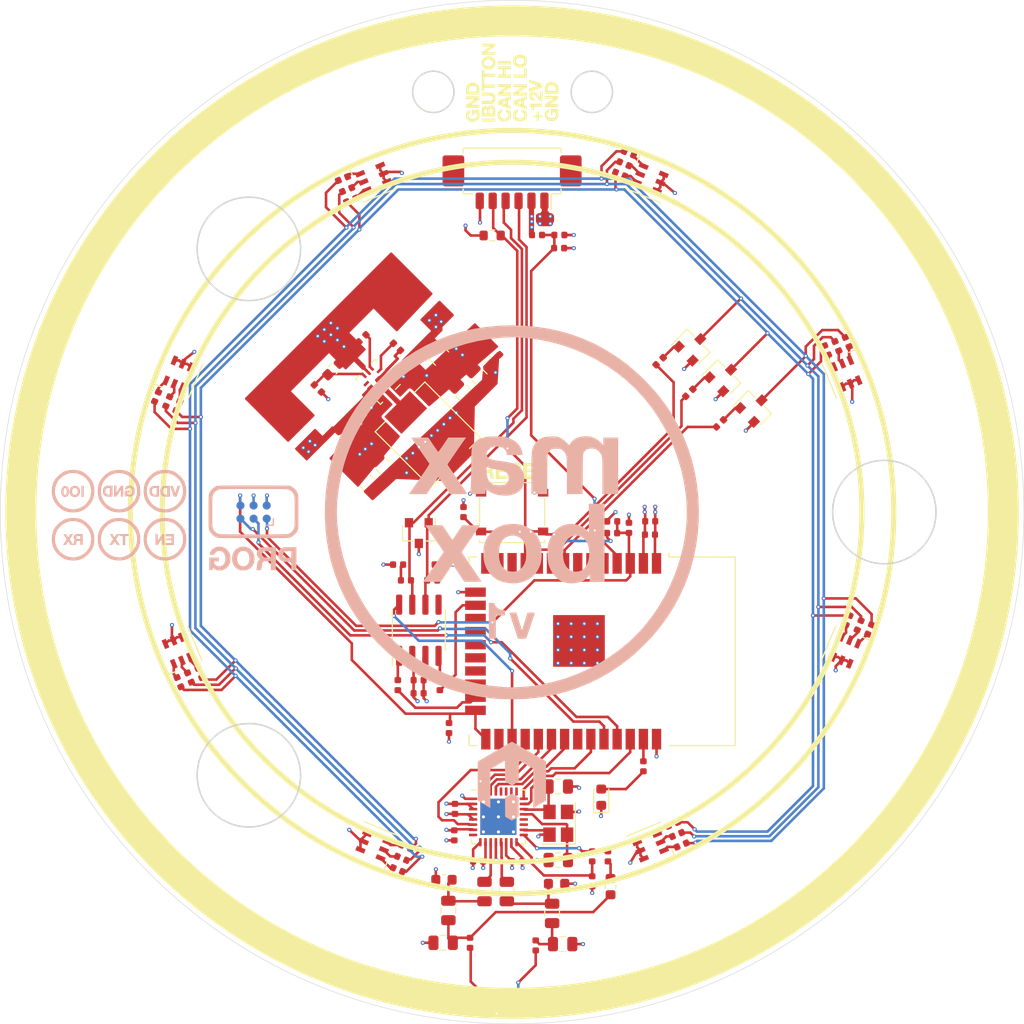
<source format=kicad_pcb>
(kicad_pcb (version 20221018) (generator pcbnew)
  (layers (0 "F.Cu" signal) (1 "In1.Cu" power) (2 "In2.Cu" power) (31 "B.Cu" signal) (34 "B.Paste" user) (35 "F.Paste" user) (36 "B.SilkS" user "B.Silkscreen") (37 "F.SilkS" user "F.Silkscreen") (38 "B.Mask" user) (39 "F.Mask" user) (44 "Edge.Cuts" user))
  (net 0 "")
  (net 1 "VCC")
  (net 2 "GND")
  (net 3 "Net-(C16-Pad2)")
  (net 4 "Net-(C17-Pad2)")
  (net 5 "Net-(C18-Pad1)")
  (net 6 "Net-(C20-Pad2)")
  (net 7 "Net-(C21-Pad1)")
  (net 8 "Net-(C22-Pad1)")
  (net 9 "Net-(C28-Pad2)")
  (net 10 "12V_ADC")
  (net 11 "Net-(D1-Pad2)")
  (net 12 "OBD2_VIN")
  (net 13 "CAN_H")
  (net 14 "CAN_L")
  (net 15 "GPIO1")
  (net 16 "Net-(L2-Pad1)")
  (net 17 "ESP32_EN")
  (net 18 "ESP32_PROG")
  (net 19 "LED_R")
  (net 20 "LED_G")
  (net 21 "LED_B")
  (net 22 "Net-(AE1-Pad1)")
  (net 23 "Net-(AE1-Pad2)")
  (net 24 "TXCAN")
  (net 25 "RXCAN")
  (net 26 "RXD")
  (net 27 "TXD")
  (net 28 "MFRC_NRSTPD")
  (net 29 "MFRC_IRQ")
  (net 30 "SPI_MOSI")
  (net 31 "SPI_MISO")
  (net 32 "SPI_SCLK")
  (net 33 "SPI_CS")
  (net 34 "CAN_SLEEP")
  (net 35 "Net-(D4-Pad1)")
  (net 36 "Net-(D5-Pad1)")
  (net 37 "Net-(D6-Pad1)")
  (net 38 "Net-(D7-Pad1)")
  (net 39 "Net-(D8-Pad1)")
  (net 40 "Net-(D9-Pad1)")
  (net 41 "Net-(C15-Pad1)")
  (net 42 "Net-(D10-Pad1)")
  (net 43 "Net-(D5-Pad2)")
  (net 44 "Net-(D5-Pad3)")
  (net 45 "Net-(D6-Pad2)")
  (net 46 "Net-(D6-Pad3)")
  (net 47 "Net-(D7-Pad2)")
  (net 48 "Net-(D7-Pad3)")
  (net 49 "Net-(D8-Pad2)")
  (net 50 "Net-(D8-Pad3)")
  (net 51 "Net-(D9-Pad2)")
  (net 52 "Net-(D9-Pad3)")
  (net 53 "Net-(Q1-Pad1)")
  (net 54 "Net-(Q2-Pad1)")
  (net 55 "Net-(Q3-Pad1)")
  (net 56 "LED_STATUS")
  (net 57 "LED_R_CONTROL")
  (net 58 "LED_G_CONTROL")
  (net 59 "LED_B_CONTROL")
  (net 60 "Net-(D10-Pad2)")
  (net 61 "Net-(D10-Pad3)")
  (net 62 "Net-(C5-Pad1)")
  (net 63 "Net-(C6-Pad2)")
  (net 64 "Net-(C6-Pad1)")
  (net 65 "Net-(C19-Pad1)")
  (net 66 "Net-(C21-Pad2)")
  (net 67 "Net-(C31-Pad2)")
  (net 68 "Net-(C32-Pad2)")
  (net 69 "Net-(D4-Pad3)")
  (net 70 "Net-(D4-Pad2)")
  (net 71 "Net-(L3-Pad1)")
  (net 72 "Net-(R13-Pad1)")
  (net 73 "Net-(R14-Pad1)")
  (net 74 "Net-(D11-Pad1)")
  (net 75 "Net-(D11-Pad2)")
  (net 76 "Net-(D11-Pad3)")
  (net 77 "Net-(R1-Pad1)")
  (footprint "Capacitor_SMD:C_0402_1005Metric" (layer "F.Cu") (at 13.335 2.182 180)
    (fp_text reference "C25" hide)
    (fp_text value "10u")
  )
  (footprint "Capacitor_SMD:C_0402_1005Metric" (layer "F.Cu") (at 13.358 0.889 180)
    (fp_text reference "C26" hide)
    (fp_text value "100n")
  )
  (footprint "Capacitor_SMD:C_0402_1005Metric" (layer "F.Cu") (at -5.588 31.265 90)
    (fp_text reference "C11" hide)
    (fp_text value "10u")
  )
  (footprint "Capacitor_SMD:C_0402_1005Metric" (layer "F.Cu") (at -3.279 33.782 180)
    (fp_text reference "C12" hide)
    (fp_text value "100n")
  )
  (footprint "Capacitor_SMD:C_0402_1005Metric" (layer "F.Cu") (at 0.485 33.782)
    (fp_text reference "C13" hide)
    (fp_text value "100n")
  )
  (footprint "Capacitor_SMD:C_0402_1005Metric" (layer "F.Cu") (at -5.5245 28.702 90)
    (fp_text reference "C14" hide)
    (fp_text value "100n")
  )
  (footprint "Capacitor_SMD:C_0402_1005Metric" (layer "F.Cu") (at -9.04 17.526)
    (fp_text reference "C29" hide)
    (fp_text value "10u")
  )
  (footprint "Capacitor_SMD:C_0402_1005Metric" (layer "F.Cu") (at -9.04 16.256)
    (fp_text reference "C30" hide)
    (fp_text value "100n")
  )
  (footprint "Capacitor_SMD:C_0402_1005Metric" (layer "F.Cu") (at -4.699 0 -90)
    (fp_text reference "C28" hide)
    (fp_text value "10p")
  )
  (footprint "Capacitor_SMD:C_0805_2012Metric" (layer "F.Cu") (at 4.4695 33.655 180)
    (fp_text reference "C15" hide)
    (fp_text value "12p")
  )
  (footprint "Capacitor_SMD:C_0805_2012Metric" (layer "F.Cu") (at 4.4695 26.543 180)
    (fp_text reference "C16" hide)
    (fp_text value "12p")
  )
  (footprint "Capacitor_SMD:C_0603_1608Metric" (layer "F.Cu") (at -6.589 35.56)
    (fp_text reference "C17" hide)
    (fp_text value "122pF")
  )
  (footprint "Capacitor_SMD:C_0603_1608Metric" (layer "F.Cu") (at 4.303 35.941)
    (fp_text reference "C18" hide)
    (fp_text value "122pF")
  )
  (footprint "Capacitor_SMD:C_0805_2012Metric" (layer "F.Cu") (at -6.1595 38.5295 90)
    (fp_text reference "C19" hide)
    (fp_text value "41.8pF")
  )
  (footprint "Capacitor_SMD:C_0402_1005Metric" (layer "F.Cu") (at 7.747 35.71 90)
    (fp_text reference "C20" hide)
    (fp_text value "100n")
  )
  (footprint "Capacitor_SMD:C_0402_1005Metric" (layer "F.Cu") (at 9.271 33.297 90)
    (fp_text reference "C21" hide)
    (fp_text value "1n")
  )
  (footprint "Capacitor_SMD:C_0805_2012Metric" (layer "F.Cu") (at 3.8735 38.8135 90)
    (fp_text reference "C22" hide)
    (fp_text value "41.8pF")
  )
  (footprint "Capacitor_SMD:C_0805_2012Metric" (layer "F.Cu") (at -6.6675 41.656)
    (fp_text reference "C23" hide)
    (fp_text value "82.8pF")
  )
  (footprint "LED_SMD:LED_0603_1608Metric" (layer "F.Cu") (at 8.624 27.576 90)
    (fp_text reference "D1" hide)
    (fp_text value "STATUS")
  )
  (footprint "Resistor_SMD:R_0402_1005Metric" (layer "F.Cu") (at -6.1 20.885 -90)
    (fp_text reference "R7" hide)
    (fp_text value "12K")
  )
  (footprint "Resistor_SMD:R_0402_1005Metric" (layer "F.Cu") (at 7.747 33.297 90)
    (fp_text reference "R3" hide)
    (fp_text value "1k")
  )
  (footprint "Resistor_SMD:R_0402_1005Metric" (layer "F.Cu") (at -11.049 16.741 -90)
    (fp_text reference "R13" hide)
    (fp_text value "470R")
  )
  (footprint "Resistor_SMD:R_0402_1005Metric" (layer "F.Cu") (at -6.985 16.741 -90)
    (fp_text reference "R14" hide)
    (fp_text value "470R")
  )
  (footprint "Package_DFN_QFN:VQFN-32-1EP_5x5mm_P0.5mm_EP3.5x3.5mm_ThermalVias" (layer "F.Cu") (at -1.3195 29.478)
    (fp_text reference "U2" hide)
    (fp_text value "MFRC522")
  )
  (footprint "Package_SO:SOIC-8_3.9x4.9mm_P1.27mm" (layer "F.Cu") (at -9.017 11.43 90)
    (fp_text reference "U4" hide)
    (fp_text value "SN65HVD230")
  )
  (footprint "Crystal:Crystal_SMD_3225-4Pin_3.2x2.5mm" (layer "F.Cu") (at 4.4695 30.099 90)
    (fp_text reference "Y1" hide)
    (fp_text value "27.12MHz")
  )
  (footprint "Inductor_SMD:L_0805_2012Metric" (layer "F.Cu") (at -2.667 36.7 -90)
    (fp_text reference "L3" hide)
    (fp_text value "470nH")
  )
  (footprint "Inductor_SMD:L_0805_2012Metric" (layer "F.Cu") (at -0.508 36.7 -90)
    (fp_text reference "L2" hide)
    (fp_text value "470nH")
  )
  (footprint "Resistor_SMD:R_0402_1005Metric" (layer "F.Cu") (at -7.724 6.604 180)
    (fp_text reference "R15" hide)
    (fp_text value "100R")
  )
  (footprint "Resistor_SMD:R_0402_1005Metric" (layer "F.Cu") (at -10.264 6.604)
    (fp_text reference "R16" hide)
    (fp_text value "100R")
  )
  (footprint "Capacitor_SMD:C_0402_1005Metric" (layer "F.Cu") (at -11.026 5.08)
    (fp_text reference "C32" hide)
    (fp_text value "560p")
  )
  (footprint "Capacitor_SMD:C_0402_1005Metric" (layer "F.Cu") (at -7.008 5.08 180)
    (fp_text reference "C31" hide)
    (fp_text value "560p")
  )
  (footprint "Resistor_SMD:R_0402_1005Metric" (layer "F.Cu") (at 9.675 2.032 180)
    (fp_text reference "R10" hide)
    (fp_text value "220R")
  )
  (footprint "Resistor_SMD:R_0603_1608Metric" (layer "F.Cu") (at 9.525 36.2205 90)
    (fp_text reference "R4" hide)
    (fp_text value "2.7k")
  )
  (footprint "Resistor_SMD:R_0402_1005Metric" (layer "F.Cu") (at 11.303 1.524 90)
    (fp_text reference "R9" hide)
    (fp_text value "12K")
  )
  (footprint "Capacitor_SMD:C_0805_2012Metric" (layer "F.Cu") (at 4.8895 41.783)
    (fp_text reference "C24" hide)
    (fp_text value "82.8pF")
  )
  (footprint "maxlibrary:XKB_TS-1187A-B-A-B" (layer "F.Cu") (at 0 0 180)
    (fp_text reference "SW1" hide)
    (fp_text value "RESET")
  )
  (footprint "Capacitor_SMD:C_0402_1005Metric" (layer "F.Cu") (at 4.549 -25.527)
    (fp_text reference "C27" hide)
    (fp_text value "100n")
  )
  (footprint "Capacitor_SMD:C_0402_1005Metric" (layer "F.Cu") (at -14.72869 -9.334981 -45)
    (fp_text reference "C3" hide)
    (fp_text value "100n 50V")
  )
  (footprint "Capacitor_SMD:C_0402_1005Metric" (layer "F.Cu") (at -9.552669 -14.396452 -45)
    (fp_text reference "C4" hide)
    (fp_text value "100n 50V")
  )
  (footprint "Capacitor_SMD:C_0805_2012Metric" (layer "F.Cu") (at -12.428249 -4.428249 135)
    (fp_text reference "C9" hide)
    (fp_text value "22u")
  )
  (footprint "Capacitor_SMD:C_0402_1005Metric" (layer "F.Cu") (at -1.557053 -15.557053 135)
    (fp_text reference "C10" hide)
    (fp_text value "100n")
  )
  (footprint "maxlibrary:LED_FM-Z2727RGBA-SH" (layer "F.Cu") (at -13.39392 -32.335784 22.5)
    (fp_text reference "D4" hide)
    (fp_text value "RGBLED")
  )
  (footprint "maxlibrary:LED_FM-Z2727RGBA-SH" (layer "F.Cu") (at 13.367544 -32.272105 -22.5)
    (fp_text reference "D5" hide)
    (fp_text value "RGBLED")
  )
  (footprint "maxlibrary:LED_FM-Z2727RGBA-SH" (layer "F.Cu") (at 32.335784 -13.39392 -67.5)
    (fp_text reference "D6" hide)
    (fp_text value "RGBLED")
  )
  (footprint "maxlibrary:LED_FM-Z2727RGBA-SH" (layer "F.Cu") (at 32.272105 13.367544 -112.5)
    (fp_text reference "D7" hide)
    (fp_text value "RGBLED")
  )
  (footprint "maxlibrary:LED_FM-Z2727RGBA-SH" (layer "F.Cu") (at 13.39392 32.335784 -157.5)
    (fp_text reference "D8" hide)
    (fp_text value "RGBLED")
  )
  (footprint "maxlibrary:LED_FM-Z2727RGBA-SH" (layer "F.Cu") (at -13.367544 32.272105 157.5)
    (fp_text reference "D9" hide)
    (fp_text value "RGBLED")
  )
  (footprint "maxlibrary:LED_FM-Z2727RGBA-SH" (layer "F.Cu") (at -32.335784 13.39392 112.5)
    (fp_text reference "D10" hide)
    (fp_text value "RGBLED")
  )
  (footprint "maxlibrary:LED_FM-Z2727RGBA-SH" (layer "F.Cu") (at -32.272105 -13.367544 67.5)
    (fp_text reference "D11" hide)
    (fp_text value "RGBLED")
  )
  (footprint "Package_TO_SOT_SMD:SOT-23" (layer "F.Cu") (at -9.017 2.032 -90)
    (fp_text reference "D3" hide)
    (fp_text value "NUP2105L")
  )
  (footprint "Connector_Molex:Molex_PicoBlade_53261-0671_1x06-1MP_P1.25mm_Horizontal" (layer "F.Cu") (at 0 -32.5 180)
    (fp_text reference "J2" hide)
    (fp_text value "PICOBLADE")
  )
  (footprint "maxlibrary:L_Cenker_CKST0603" (layer "F.Cu") (at -8.151002 -7.491002 -45)
    (fp_text reference "L1" hide)
    (fp_text value "6.8uH")
  )
  (footprint "Package_TO_SOT_SMD:SOT-23" (layer "F.Cu") (at 20.462824 -13.065771 45)
    (fp_text reference "Q1" hide)
    (fp_text value "AO3400A")
  )
  (footprint "Package_TO_SOT_SMD:SOT-23" (layer "F.Cu") (at 17.49934 -16.029256 45)
    (fp_text reference "Q2" hide)
    (fp_text value "AO3400A")
  )
  (footprint "Package_TO_SOT_SMD:SOT-23" (layer "F.Cu") (at 23.426309 -10.102287 45)
    (fp_text reference "Q3" hide)
    (fp_text value "AO3400A")
  )
  (footprint "Resistor_SMD:R_0402_1005Metric" (layer "F.Cu") (at 2.413 -26.797 180)
    (fp_text reference "R11" hide)
    (fp_text value "470K")
  )
  (footprint "Resistor_SMD:R_0402_1005Metric" (layer "F.Cu") (at 4.572 -26.797 180)
    (fp_text reference "R12" hide)
    (fp_text value "100K")
  )
  (footprint "Resistor_SMD:R_0402_1005Metric" (layer "F.Cu") (at 17.14013 -11.539128 -135)
    (fp_text reference "R18" hide)
    (fp_text value "220R")
  )
  (footprint "Resistor_SMD:R_0402_1005Metric" (layer "F.Cu") (at 14.266448 -14.592415 -135)
    (fp_text reference "R19" hide)
    (fp_text value "220R")
  )
  (footprint "Resistor_SMD:R_0402_1005Metric" (layer "F.Cu") (at 20.103614 -8.575643 -135)
    (fp_text reference "R20" hide)
    (fp_text value "220R")
  )
  (footprint "Resistor_SMD:R_0402_1005Metric" (layer "F.Cu") (at -15.551918 -30.185601 22.5)
    (fp_text reference "R21" hide)
    (fp_text value "75R")
  )
  (footprint "Resistor_SMD:R_0402_1005Metric" (layer "F.Cu") (at 10.451918 -32.685601 -22.5)
    (fp_text reference "R24" hide)
    (fp_text value "75R")
  )
  (footprint "Resistor_SMD:R_0402_1005Metric" (layer "F.Cu") (at -15.955754 -31.185601 22.5)
    (fp_text reference "R22" hide)
    (fp_text value "33R")
  )
  (footprint "Resistor_SMD:R_0402_1005Metric" (layer "F.Cu") (at 10.851918 -33.685601 -22.5)
    (fp_text reference "R25" hide)
    (fp_text value "33R")
  )
  (footprint "Resistor_SMD:R_0402_1005Metric" (layer "F.Cu") (at -16.355754 -32.256803 22.5)
    (fp_text reference "R23" hide)
    (fp_text value "33R")
  )
  (footprint "Resistor_SMD:R_0402_1005Metric" (layer "F.Cu") (at 11.3 -34.7 -22.5)
    (fp_text reference "R26" hide)
    (fp_text value "33R")
  )
  (footprint "Resistor_SMD:R_0402_1005Metric" (layer "F.Cu") (at 30.414399 -15.648082 -67.5)
    (fp_text reference "R27" hide)
    (fp_text value "75R")
  )
  (footprint "Resistor_SMD:R_0402_1005Metric" (layer "F.Cu") (at 32.485601 10.451918 -112.5)
    (fp_text reference "R30" hide)
    (fp_text value "75R")
  )
  (footprint "Resistor_SMD:R_0402_1005Metric" (layer "F.Cu") (at 31.414399 -16.048082 -67.5)
    (fp_text reference "R28" hide)
    (fp_text value "33R")
  )
  (footprint "Resistor_SMD:R_0402_1005Metric" (layer "F.Cu") (at 33.564399 10.948082 -112.5)
    (fp_text reference "R31" hide)
    (fp_text value "33R")
  )
  (footprint "Resistor_SMD:R_0402_1005Metric" (layer "F.Cu") (at 32.414399 -16.448082 -67.5)
    (fp_text reference "R29" hide)
    (fp_text value "33R")
  )
  (footprint "Resistor_SMD:R_0402_1005Metric" (layer "F.Cu") (at 34.585601 11.351918 -112.5)
    (fp_text reference "R32" hide)
    (fp_text value "33R")
  )
  (footprint "Resistor_SMD:R_0402_1005Metric" (layer "F.Cu") (at -18.786069 -11.955519 -45)
    (fp_text reference "R1" hide)
    (fp_text value "100k 1%")
  )
  (footprint "Resistor_SMD:R_0603_1608Metric" (layer "F.Cu") (at -17.259426 -13.841373 -135)
    (fp_text reference "R2" hide)
    (fp_text value "43.2k 1%")
  )
  (footprint "Resistor_SMD:R_0402_1005Metric" (layer "F.Cu") (at 15.551918 30.185601 -157.5)
    (fp_text reference "R33" hide)
    (fp_text value "75R")
  )
  (footprint "Resistor_SMD:R_0402_1005Metric" (layer "F.Cu") (at -10.251918 32.385601 157.5)
    (fp_text reference "R36" hide)
    (fp_text value "75R")
  )
  (footprint "Resistor_SMD:R_0402_1005Metric" (layer "F.Cu") (at 15.951918 31.185601 -157.5)
    (fp_text reference "R34" hide)
    (fp_text value "33R")
  )
  (footprint "Resistor_SMD:R_0402_1005Metric" (layer "F.Cu") (at -10.651918 33.485601 157.5)
    (fp_text reference "R37" hide)
    (fp_text value "33R")
  )
  (footprint "Resistor_SMD:R_0402_1005Metric" (layer "F.Cu") (at 16.4 32.2 -157.5)
    (fp_text reference "R35" hide)
    (fp_text value "33R")
  )
  (footprint "Resistor_SMD:R_0402_1005Metric" (layer "F.Cu") (at -30.185601 15.551918 112.5)
    (fp_text reference "R39" hide)
    (fp_text value "75R")
  )
  (footprint "Resistor_SMD:R_0402_1005Metric" (layer "F.Cu") (at -32.314399 -10.248082 67.5)
    (fp_text reference "R42" hide)
    (fp_text value "75R")
  )
  (footprint "Resistor_SMD:R_0402_1005Metric" (layer "F.Cu") (at -31.2 16 112.5)
    (fp_text reference "R40" hide)
    (fp_text value "33R")
  )
  (footprint "Resistor_SMD:R_0402_1005Metric" (layer "F.Cu") (at -33.3 -10.7 67.5)
    (fp_text reference "R43" hide)
    (fp_text value "33R")
  )
  (footprint "Resistor_SMD:R_0402_1005Metric" (layer "F.Cu") (at -32.214399 16.448082 112.5)
    (fp_text reference "R41" hide)
    (fp_text value "33R")
  )
  (footprint "Resistor_SMD:R_0402_1005Metric" (layer "F.Cu") (at -34.385601 -11.151918 67.5)
    (fp_text reference "R44" hide)
    (fp_text value "33R")
  )
  (footprint "maxlibrary:RNX0012B_VQFN-HR" (layer "F.Cu") (at -12.982136 -12.580601 -135)
    (fp_text reference "U1" hide)
    (fp_text value "LMR33630ARNXT")
  )
  (footprint "Resistor_SMD:R_0603_1608Metric" (layer "F.Cu") (at -1.925 -26.75 180)
    (fp_text reference "R17" hide)
    (fp_text value "2.7k")
  )
  (footprint "Resistor_SMD:R_0402_1005Metric" (layer "F.Cu") (at -11.051918 34.585601 157.5)
    (fp_text reference "R38" hide)
    (fp_text value "33R")
  )
  (footprint "Resistor_SMD:R_0402_1005Metric" (layer "F.Cu") (at 2.286 41.91 90)
    (fp_text reference "R6" hide)
    (fp_text value "3.24R")
  )
  (footprint "Resistor_SMD:R_0402_1005Metric" (layer "F.Cu") (at -4.064 41.656 90)
    (fp_text reference "R5" hide)
    (fp_text value "3.24R")
  )
  (footprint "Capacitor_SMD:C_0805_2012Metric" (layer "F.Cu") (at -15.946682 -7.499686 -45)
    (fp_text reference "C1" hide)
    (fp_text value "10u 50V")
  )
  (footprint "Capacitor_SMD:C_1206_3216Metric" (layer "F.Cu") (at -7.199417 -15.276092 -45)
    (fp_text reference "C2" hide)
    (fp_text value "4.7u 50V")
  )
  (footprint "Capacitor_SMD:C_0402_1005Metric" (layer "F.Cu") (at -14.475546 -16.804857 -135)
    (fp_text reference "C5" hide)
    (fp_text value "1u")
  )
  (footprint "Capacitor_SMD:C_0402_1005Metric" (layer "F.Cu") (at -11.136588 -15.980371 -45)
    (fp_text reference "C6" hide)
    (fp_text value "100n")
  )
  (footprint "Capacitor_SMD:C_0402_1005Metric" (layer "F.Cu") (at 9.685 0.9 180)
    (fp_text reference "C7" hide)
    (fp_text value "1u")
  )
  (footprint "Capacitor_SMD:C_0805_2012Metric" (layer "F.Cu") (at -14.028249 -2.828249 135)
    (fp_text reference "C8" hide)
    (fp_text value "22u")
  )
  (footprint "RF_Module:ESP32-WROOM-32" (layer "F.Cu") (at 5.715 13.462 -90)
    (fp_text reference "U3" hide)
    (fp_text value "ESP32-WROOM-32E-N4")
  )
  (footprint "Resistor_SMD:R_0402_1005Metric" (layer "F.Cu") (at 12.7 24.585 -90)
    (fp_text reference "R8" hide)
    (fp_text value "220R")
  )
  (footprint "maxlibrary:maxbox_picoblade" (layer "F.Cu") (at 0 -41.5 90)
    (fp_text reference "G***" hide)
    (fp_text value "LOGO" hide)
  )
  (footprint "Capacitor_SMD:C_0402_1005Metric" (layer "F.Cu") (at -2.4 -14.8 135)
    (fp_text reference "C35" hide)
    (fp_text value "100n")
  )
  (footprint "maxlibrary:reset_text" (layer "F.Cu") (at 0.25 -4)
    (fp_text reference "G***" hide)
    (fp_text value "LOGO" hide)
  )
  (footprint "Capacitor_SMD:C_0805_2012Metric" (layer "F.Cu") (at -3.128249 -13.028249 135)
    (fp_text reference "C34" hide)
    (fp_text value "22u")
  )
  (footprint "maxlibrary:95mm-3turn-antenna" (layer "F.Cu") (at 0 0 180)
    (fp_text reference "AE1" hide)
    (fp_text value "Antenna_Loop")
  )
  (footprint "Capacitor_SMD:C_0805_2012Metric" (layer "F.Cu") (at -4.728249 -11.528249 135)
    (fp_text reference "C33" hide)
    (fp_text value "22u")
  )
  (footprint "Connector:Tag-Connect_TC2030-IDC-NL_2x03_P1.27mm_Vertical" (layer "B.Cu") (at -25 0 180)
    (fp_text reference "J1" hide)
    (fp_text value "TC2030-IDC-NL_ESP")
  )
  (footprint "maxlibrary:maxlogo" (layer "B.Cu") (at 0 26 180)
    (fp_text reference "G***" hide)
    (fp_text value "LOGO" hide)
  )
  (footprint "maxlibrary:maxbox_logo" (layer "B.Cu") (at 0.000005 0 180)
    (fp_text reference "G***" hide)
    (fp_text value "LOGO" hide)
  )
  (footprint "maxlibrary:tagconnect_header" (layer "B.Cu") (at -25 1.6 180)
    (fp_text reference "G***" hide)
    (fp_text value "LOGO" hide)
  )
  (footprint "maxlibrary:prog header pinout" (layer "B.Cu") (at -38 0.3 180)
    (fp_text reference "G***" hide)
    (fp_text value "LOGO" hide)
  )
  (gr_circle (center 0 0) (end 36.914205 0) (stroke (width 0.5)) (fill none) (layer "F.SilkS"))
  (gr_circle (center 0 0) (end 33.834478 0) (stroke (width 0.5)) (fill none) (layer "F.SilkS"))
  (gr_circle (center 0 0) (end 47.51243 0) (stroke (width 3)) (fill none) (layer "F.SilkS"))
  (gr_circle (center 0 0) (end 45.732037 -18.94283) (stroke (width 0.05)) (fill none) (layer "Edge.Cuts"))
  (gr_circle (center -25.455 25.455) (end -20.455 25.455) (stroke (width 0.15)) (fill none) (layer "Edge.Cuts"))
  (gr_circle (center -25.455 -25.455) (end -20.455 -25.455) (stroke (width 0.15)) (fill none) (layer "Edge.Cuts"))
  (gr_circle (center -7.62 -40.64) (end -5.62 -40.64) (stroke (width 0.15)) (fill none) (layer "Edge.Cuts"))
  (gr_circle (center 7.715 -40.64) (end 9.715 -40.64) (stroke (width 0.15)) (fill none) (layer "Edge.Cuts"))
  (gr_circle (center 36 0) (end 41 0) (stroke (width 0.15)) (fill none) (layer "Edge.Cuts"))
  (segment (start 14.337618 -31.870287) (end 14.337618 -31.410271) (width 0.25) (layer "F.Cu") (net 1))
  (segment (start -3.956498 -10.856498) (end -2.456498 -12.356498) (width 0.5) (layer "F.Cu") (net 1))
  (segment (start -32.737602 12.423846) (end -32.412322 12.098566) (width 0.25) (layer "F.Cu") (net 1))
  (segment (start -12.423846 -32.277584) (end -12.098566 -31.952304) (width 0.25) (layer "F.Cu") (net 1))
  (segment (start 0.97 34.371) (end 1.016 34.417) (width 0.25) (layer "F.Cu") (net 1))
  (segment (start 31.870287 14.337618) (end 32.330305 14.337618) (width 0.25) (layer "F.Cu") (net 1))
  (segment (start 12.873 0.173) (end 12.873 0.889) (width 0.25) (layer "F.Cu") (net 1))
  (segment (start 0.97 33.415522) (end 0.97 33.782) (width 0.25) (layer "F.Cu") (net 1))
  (segment (start 12.7 4.962) (end 12.7 2.332) (width 0.25) (layer "F.Cu") (net 1))
  (segment (start -4.411 28.228) (end -5.5135 28.228) (width 0.25) (layer "F.Cu") (net 1))
  (segment (start -13.356498 -2.156498) (end -11.756498 -3.756498) (width 0.5) (layer "F.Cu") (net 1))
  (segment (start 0.97 33.782) (end 0.97 34.371) (width 0.25) (layer "F.Cu") (net 1))
  (segment (start -1.5695 33.6095) (end -1.524 33.655) (width 0.25) (layer "F.Cu") (net 1))
  (segment (start 12.031198 32.900242) (end 11.43 33.909) (width 0.25) (layer "F.Cu") (net 1))
  (segment (start -8.555 17.526) (end -8.555 17.988) (width 0.25) (layer "F.Cu") (net 1))
  (segment (start -4 -26.75) (end -2.75 -26.75) (width 0.25) (layer "F.Cu") (net 1))
  (segment (start -3.764 33.782) (end -3.764 34.371) (width 0.25) (layer "F.Cu") (net 1))
  (segment (start -5.5245 28.217) (end -6.327 28.217) (width 0.25) (layer "F.Cu") (net 1))
  (segment (start 12.423846 32.737602) (end 12.423846 33.197618) (width 0.25) (layer "F.Cu") (net 1))
  (segment (start -3.7695 28.728) (end -4.2695 28.228) (width 0.25) (layer "F.Cu") (net 1))
  (segment (start -6.304 30.78) (end -6.35 30.734) (width 0.25) (layer "F.Cu") (net 1))
  (segment (start -2.456498 -12.356498) (end -2.456498 -14.06468) (width 0.5) (layer "F.Cu") (net 1))
  (segment (start -3.85399 30.67801) (end -5.48601 30.67801) (width 0.25) (layer "F.Cu") (net 1))
  (segment (start -12.749127 -33.522899) (end -12.749127 -33.062883) (width 0.25) (layer "F.Cu") (net 1))
  (segment (start 31.3 14.907905) (end 31.870287 14.337618) (width 0.25) (layer "F.Cu") (net 1))
  (segment (start -14.662898 31.735551) (end -14.012337 31.08499) (width 0.25) (layer "F.Cu") (net 1))
  (segment (start 12.85 2.182) (end 12.85 0.912) (width 0.25) (layer "F.Cu") (net 1))
  (segment (start 31.3 15.3) (end 31.3 14.907905) (width 0.25) (layer "F.Cu") (net 1))
  (segment (start -1.5695 31.928) (end -1.5695 33.6095) (width 0.25) (layer "F.Cu") (net 1))
  (segment (start 32.737602 -12.423846) (end 32.277584 -12.423846) (width 0.25) (layer "F.Cu") (net 1))
  (segment (start -3.0695 27.028) (end -3.0695 26.0565) (width 0.25) (layer "F.Cu") (net 1))
  (segment (start -6.327 28.217) (end -6.35 28.194) (width 0.25) (layer "F.Cu") (net 1))
  (segment (start -2.060589 -14.460589) (end -1.967623 -14.460589) (width 0.5) (layer "F.Cu") (net 1))
  (segment (start -14.730266 31.707647) (end -15.748 30.734) (width 0.25) (layer "F.Cu") (net 1))
  (segment (start -31.08499 -14.012337) (end -31.410271 -14.337618) (width 0.25) (layer "F.Cu") (net 1))
  (segment (start 12.098566 31.952304) (end 12.098566 32.412322) (width 0.25) (layer "F.Cu") (net 1))
  (segment (start -6.1 22.2) (end -6.1 21.37) (width 0.25) (layer "F.Cu") (net 1))
  (segment (start 33.522899 -12.749127) (end 33.062883 -12.749127) (width 0.25) (layer "F.Cu") (net 1))
  (segment (start 12.827 0) (end 12.827 -0.508) (width 0.25) (layer "F.Cu") (net 1))
  (segment (start 14.337618 -31.410271) (end 14.012337 -31.08499) (width 0.25) (layer "F.Cu") (net 1))
  (segment (start -0.0695 32.376022) (end 0.97 33.415522) (width 0.25) (layer "F.Cu") (net 1))
  (segment (start -32.195567 -14.662898) (end -31.870287 -14.337618) (width 0.25) (layer "F.Cu") (net 1))
  (segment (start -4.5 -27.7) (end -4.5 -27.25) (width 0.25) (layer "F.Cu") (net 1))
  (segment (start -32.900242 12.12647) (end -32.900242 12.031198) (width 0.25) (layer "F.Cu") (net 1))
  (segment (start -18.443122 -11.612572) (end -17.78 -10.94945) (width 0.25) (layer "F.Cu") (net 1))
  (segment (start 31.545006 14.012337) (end 31.870287 14.337618) (width 0.25) (layer "F.Cu") (net 1))
  (segment (start -32.737602 12.423846) (end -33.197618 12.423846) (width 0.25) (layer "F.Cu") (net 1))
  (segment (start 33.062883 -12.749127) (end 32.737602 -12.423846) (width 0.25) (layer "F.Cu") (net 1))
  (segment (start -6.012004 -5.352004) (end -4.056498 -7.30751) (width 0.5) (layer "F.Cu") (net 1))
  (segment (start -32.655585 -14.662898) (end -32.195567 -14.662898) (width 0.25) (layer "F.Cu") (net 1))
  (segment (start -12.031198 -32.900242) (end -10.770242 -32.900242) (width 0.25) (layer "F.Cu") (net 1))
  (segment (start 32.900242 -12.031198) (end 32.893 -10.668) (width 0.25) (layer "F.Cu") (net 1))
  (segment (start 11.303 1.039) (end 11.303 0.254) (width 0.25) (layer "F.Cu") (net 1))
  (segment (start -7.60751 -3.756498) (end -6.012004 -5.352004) (width 0.5) (layer "F.Cu") (net 1))
  (segment (start -3.0695 26.0565) (end -3.048 26.035) (width 0.25) (layer "F.Cu") (net 1))
  (segment (start -4.2695 28.228) (end -4.411 28.228) (width 0.25) (layer "F.Cu") (net 1))
  (segment (start -31.707647 -14.730266) (end -30.734 -15.494) (width 0.25) (layer "F.Cu") (net 1))
  (segment (start -1.967623 -14.460589) (end -1.214106 -15.214106) (width 0.5) (layer "F.Cu") (net 1))
  (segment (start -32.900242 12.031198) (end -32.893 10.922) (width 0.25) (layer "F.Cu") (net 1))
  (segment (start -8.555 17.526) (end -8.555 14.078) (width 0.25) (layer "F.Cu") (net 1))
  (segment (start -4.5 -27.25) (end -4 -26.75) (width 0.25) (layer "F.Cu") (net 1))
  (segment (start -12.423846 -32.737602) (end -12.423846 -32.277584) (width 0.25) (layer "F.Cu") (net 1))
  (segment (start -17.78 -10.94945) (end -17.78 -10.922) (width 0.25) (layer "F.Cu") (net 1))
  (segment (start -10.770242 -32.900242) (end -10.66 -32.79) (width 0.25) (layer "F.Cu") (net 1))
  (segment (start -31.410271 -14.337618) (end -31.870287 -14.337618) (width 0.25) (layer "F.Cu") (net 1))
  (segment (start 12.098566 32.412322) (end 12.423846 32.737602) (width 0.25) (layer "F.Cu") (net 1))
  (segment (start -4.056498 -7.30751) (end -4.056498 -10.856498) (width 0.5) (layer "F.Cu") (net 1))
  (segment (start -11.756498 -3.756498) (end -7.60751 -3.756498) (width 0.5) (layer "F.Cu") (net 1))
  (segment (start 14.662898 -32.195567) (end 14.337618 -31.870287) (width 0.25) (layer "F.Cu") (net 1))
  (segment (start -3.764 32.6225) (end -3.764 33.782) (width 0.25) (layer "F.Cu") (net 1))
  (segment (start -32.412322 12.098566) (end -31.952304 12.098566) (width 0.25) (layer "F.Cu") (net 1))
  (segment (start 14.662898 -32.655585) (end 14.662898 -32.195567) (width 0.25) (layer "F.Cu") (net 1))
  (segment (start -8.555 17.988) (end -8.255 18.288) (width 0.25) (layer "F.Cu") (net 1))
  (segment (start -12.749127 -33.062883) (end -12.423846 -32.737602) (width 0.25) (layer "F.Cu") (net 1))
  (segment (start -3.764 34.371) (end -3.81 34.417) (width 0.25) (layer "F.Cu") (net 1))
  (segment (start 32.277584 -12.423846) (end 31.952304 -12.098566) (width 0.25) (layer "F.Cu") (net 1))
  (segment (start -3.0695 31.928) (end -3.764 32.6225) (width 0.25) (layer "F.Cu") (net 1))
  (segment (start -0.0695 31.928) (end -0.0695 32.376022) (width 0.25) (layer "F.Cu") (net 1))
  (segment (start -3.7695 28.228) (end -4.411 28.228) (width 0.25) (layer "F.Cu") (net 1))
  (segment (start -2.456498 -14.06468) (end -2.060589 -14.460589) (width 0.5) (layer "F.Cu") (net 1))
  (segment (start -5.588 30.78) (end -6.304 30.78) (width 0.25) (layer "F.Cu") (net 1))
  (segment (start 32.330305 14.337618) (end 32.655585 14.662898) (width 0.25) (layer "F.Cu") (net 1))
  (segment (start 12.827 0) (end 12.873 0.173) (width 0.25) (layer "F.Cu") (net 1))
  (segment (start -3.804 30.728) (end -3.85399 30.67801) (width 0.25) (layer "F.Cu") (net 1))
  (segment (start -14.662898 32.655585) (end -14.662898 31.735551) (width 0.25) (layer "F.Cu") (net 1))
  (segment (start 12.423846 33.197618) (end 12.749127 33.522899) (width 0.25) (layer "F.Cu") (net 1))
  (segment (start 14.730266 -31.707647) (end 15.748 -30.861) (width 0.25) (layer "F.Cu") (net 1))
  (segment (start 31.08499 14.012337) (end 31.545006 14.012337) (width 0.25) (layer "F.Cu") (net 1))
  (segment (start -33.197618 12.423846) (end -33.522899 12.749127) (width 0.25) (layer "F.Cu") (net 1))
  (via (at -7.2 -7.9) (size 0.4) (drill 0.2) (layers "F.Cu" "B.Cu") (net 1))
  (via (at -1.524 33.655) (size 0.4) (drill 0.2) (layers "F.Cu" "B.Cu") (net 1))
  (via (at -10.2 -5.2) (size 0.4) (drill 0.2) (layers "F.Cu" "B.Cu") (net 1))
  (via (at 1.016 34.417) (size 0.4) (drill 0.2) (layers "F.Cu" "B.Cu") (net 1))
  (via (at -6 -9.1) (size 0.4) (drill 0.2) (layers "F.Cu" "B.Cu") (net 1))
  (via (at -17.78 -10.922) (size 0.4) (drill 0.2) (layers "F.Cu" "B.Cu") (net 1))
  (via (at -8.4 -6.8) (size 0.4) (drill 0.2) (layers "F.Cu" "B.Cu") (net 1))
  (via (at -6.6 -8.5) (size 0.4) (drill 0.2) (layers "F.Cu" "B.Cu") (net 1))
  (via (at -9 -6.3) (size 0.4) (drill 0.2) (layers "F.Cu" "B.Cu") (net 1))
  (via (at 15.748 -30.861) (size 0.4) (drill 0.2) (layers "F.Cu" "B.Cu") (net 1))
  (via (at -15.748 30.734) (size 0.4) (drill 0.2) (layers "F.Cu" "B.Cu") (net 1))
  (via (at -6.35 28.194) (size 0.4) (drill 0.2) (layers "F.Cu" "B.Cu") (net 1))
  (via (at 11.303 0.254) (size 0.4) (drill 0.2) (layers "F.Cu" "B.Cu") (net 1))
  (via (at -9.6 -5.7) (size 0.4) (drill 0.2) (layers "F.Cu" "B.Cu") (net 1))
  (via (at -3.81 34.417) (size 0.4) (drill 0.2) (layers "F.Cu" "B.Cu") (net 1))
  (via (at -10.2 -3.8) (size 0.4) (drill 0.2) (layers "F.Cu" "B.Cu") (net 1))
  (via (at -1.6 -13.5) (size 0.4) (drill 0.2) (layers "F.Cu" "B.Cu") (net 1))
  (via (at 12.827 0) (size 0.4) (drill 0.2) (layers "F.Cu" "B.Cu") (net 1))
  (via (at -4.5 -27.7) (size 0.4) (drill 0.2) (layers "F.Cu" "B.Cu") (net 1))
  (via (at 11.43 33.909) (size 0.4) (drill 0.2) (layers "F.Cu" "B.Cu") (net 1))
  (via (at 12.827 -0.508) (size 0.4) (drill 0.2) (layers "F.Cu" "B.Cu") (net 1))
  (via (at -7.8 -7.4) (size 0.4) (drill 0.2) (layers "F.Cu" "B.Cu") (net 1))
  (via (at -23.7 -1.6) (size 0.4) (drill 0.2) (layers "F.Cu" "B.Cu") (net 1))
  (via (at -3.048 26.035) (size 0.4) (drill 0.2) (layers "F.Cu" "B.Cu") (net 1))
  (via (at -6.1 22.2) (size 0.4) (drill 0.2) (layers "F.Cu" "B.Cu") (net 1))
  (via (at -10.66 -32.79) (size 0.4) (drill 0.2) (layers "F.Cu" "B.Cu") (net 1))
  (via (at 31.3 15.3) (size 0.4) (drill 0.2) (layers "F.Cu" "B.Cu") (net 1))
  (via (at -6.35 30.734) (size 0.4) (drill 0.2) (layers "F.Cu" "B.Cu") (net 1))
  (via (at 32.893 -10.668) (size 0.4) (drill 0.2) (layers "F.Cu" "B.Cu") (net 1))
  (via (at -32.893 10.922) (size 0.4) (drill 0.2) (layers "F.Cu" "B.Cu") (net 1))
  (via (at -30.734 -15.494) (size 0.4) (drill 0.2) (layers "F.Cu" "B.Cu") (net 1))
  (via (at -8.255 18.288) (size 0.4) (drill 0.2) (layers "F.Cu" "B.Cu") (net 1))
  (via (at -5.4 -9.6) (size 0.4) (drill 0.2) (layers "F.Cu" "B.Cu") (net 1))
  (segment (start -23.73 -1.57) (end -23.7 -1.6) (width 0.25) (layer "B.Cu") (net 1))
  (segment (start -23.73 -0.635) (end -23.73 -1.57) (width 0.25) (layer "B.Cu") (net 1))
  (segment (start -5.588 31.75) (end -6.35 31.75) (width 0.25) (layer "F.Cu") (net 2))
  (segment (start 10 0) (end 9.2 0.8) (width 0.25) (layer "F.Cu") (net 2))
  (segment (start 17.444398 -14.650398) (end 16.637 -13.843) (width 0.25) (layer "F.Cu") (net 2))
  (segment (start 7.747 36.195) (end 7.747 36.83) (width 0.25) (layer "F.Cu") (net 2))
  (segment (start -3 -1.875) (end -3.967 -1.875) (width 0.25) (layer "F.Cu") (net 2))
  (segment (start -15.732782 -15.368016) (end -14.818493 -16.282305) (width 0.25) (layer "F.Cu") (net 2))
  (segment (start -4.2695 29.228) (end -4.336 29.228) (width 0.25) (layer "F.Cu") (net 2))
  (segment (start 5.3195 28.999) (end 6.434 28.999) (width 0.25) (layer "F.Cu") (net 2))
  (segment (start -9.525 17.907) (end -9.144 18.288) (width 0.25) (layer "F.Cu") (net 2))
  (segment (start -16.702579 -14.398219) (end -15.732782 -15.368016) (width 0.25) (layer "F.Cu") (net 2))
  (segment (start -6.209468 -13.009468) (end -5.4 -12.2) (width 0.25) (layer "F.Cu") (net 2))
  (segment (start -11.408823 -12.562923) (end -7.932688 -12.562923) (width 0.25) (layer "F.Cu") (net 2))
  (segment (start -4.336 29.228) (end -5.4835 29.228) (width 0.25) (layer "F.Cu") (net 2))
  (segment (start 3.05 -27.9) (end 2.7 -27.9) (width 0.5) (layer "F.Cu") (net 2))
  (segment (start -9.525 17.526) (end -9.525 14.032) (width 0.25) (layer "F.Cu") (net 2))
  (segment (start 3 -1.875) (end 2.189 -1.875) (width 0.25) (layer "F.Cu") (net 2))
  (segment (start -5.5245 29.187) (end -6.327 29.187) (width 0.25) (layer "F.Cu") (net 2))
  (segment (start 13.843 0.889) (end 13.843 2.159) (width 0.25) (layer "F.Cu") (net 2))
  (segment (start -4.595611 -15.9) (end -1.9 -15.9) (width 0.25) (layer "F.Cu") (net 2))
  (segment (start -2.5695 33.5575) (end -2.794 33.782) (width 0.25) (layer "F.Cu") (net 2))
  (segment (start 3.2 -30.025) (end 3.2 -28.05) (width 0.5) (layer "F.Cu") (net 2))
  (segment (start 0 33.782) (end 0 34.417) (width 0.25) (layer "F.Cu") (net 2))
  (segment (start -7.740354 -12.755257) (end -6.209468 -14.286143) (width 0.25) (layer "F.Cu") (net 2))
  (segment (start 3.125 -27.975) (end 3.05 -27.9) (width 0.5) (layer "F.Cu") (net 2))
  (segment (start 2.71 31.199) (end 2.54 31.369) (width 0.25) (layer "F.Cu") (net 2))
  (segment (start -7.3765 34.5545) (end -7.366 34.544) (width 0.25) (layer "F.Cu") (net 2))
  (segment (start -2.5695 31.928) (end -2.5695 33.5575) (width 0.25) (layer "F.Cu") (net 2))
  (segment (start 13.82 2.182) (end 13.82 4.812) (width 0.25) (layer "F.Cu") (net 2))
  (segment (start -12.964458 -11.007288) (end -12.964458 -9.156084) (width 0.25) (layer "F.Cu") (net 2))
  (segment (start 5.407 26.543) (end 6.35 26.543) (width 0.25) (layer "F.Cu") (net 2))
  (segment (start -11.511 5.08) (end -12.446 5.08) (width 0.25) (layer "F.Cu") (net 2))
  (segment (start -2.794 33.782) (end -2.794 34.417) (width 0.25) (layer "F.Cu") (net 2))
  (segment (start 6.434 28.999) (end 6.477 28.956) (width 0.25) (layer "F.Cu") (net 2))
  (segment (start 13.843 0.889) (end 13.843 0) (width 0.25) (layer "F.Cu") (net 2))
  (segment (start 2.189 -1.875) (end 2.159 -1.905) (width 0.25) (layer "F.Cu") (net 2))
  (segment (start -9.017 3.032) (end -9.017 4.064) (width 0.25) (layer "F.Cu") (net 2))
  (segment (start -3.7695 29.728) (end -4.2695 29.228) (width 0.25) (layer "F.Cu") (net 2))
  (segment (start -3.592679 -14.286143) (end -2.739411 -15.139411) (width 0.25) (layer "F.Cu") (net 2))
  (segment (start -3.967 -1.875) (end -4.064 -1.778) (width 0.25) (layer "F.Cu") (net 2))
  (segment (start -4.386143 -14.286143) (end -3.8 -13.7) (width 0.25) (layer "F.Cu") (net 2))
  (segment (start 13.97 21.962) (end 13.97 23.622) (width 0.25) (layer "F.Cu") (net 2))
  (segment (start -6.209468 -14.286143) (end -3.592679 -14.286143) (width 0.25) (layer "F.Cu") (net 2))
  (segment (start -6.209468 -14.286143) (end -4.595611 -15.9) (width 0.25) (layer "F.Cu") (net 2))
  (segment (start -0.5695 33.2125) (end 0 33.782) (width 0.25) (layer "F.Cu") (net 2))
  (segment (start -7.605 41.656) (end -8.636 41.656) (width 0.25) (layer "F.Cu") (net 2))
  (segment (start 8.624 28.3635) (end 8.624 29.376) (width 0.25) (layer "F.Cu") (net 2))
  (segment (start 3.532 33.655) (end 2.413 33.655) (width 0.25) (layer "F.Cu") (net 2))
  (segment (start 5.827 41.783) (end 6.858 41.783) (width 0.25) (layer "F.Cu") (net 2))
  (segment (start 1.137 30.728) (end 1.18699 30.77799) (width 0.25) (layer "F.Cu") (net 2))
  (segment (start 3.6195 31.199) (end 2.71 31.199) (width 0.25) (layer "F.Cu") (net 2))
  (segment (start 1.18699 30.77799) (end 3.19849 30.77799) (width 0.25) (layer "F.Cu") (net 2))
  (segment (start -7.3765 35.56) (end -7.3765 34.5545) (width 0.25) (layer "F.Cu") (net 2))
  (segment (start -6.523 5.08) (end -5.715 5.08) (width 0.25) (layer "F.Cu") (net 2))
  (segment (start -13.757126 -8.363417) (end -14.026533 -8.094009) (width 0.25) (layer "F.Cu") (net 2))
  (segment (start 3.125 -27.975) (end 3.2 -27.9) (width 0.5) (layer "F.Cu") (net 2))
  (segment (start 23.390954 -8.658954) (end 22.606 -7.874) (width 0.25) (layer "F.Cu") (net 2))
  (segment (start 8.624 29.376) (end 8.6 29.4) (width 0.25) (layer "F.Cu") (net 2))
  (segment (start -3.1 -28) (end -3.1 -30.075) (width 0.25) (layer "F.Cu") (net 2))
  (segment (start -14.026533 -8.094009) (end -15.283769 -6.836773) (width 0.25) (layer "F.Cu") (net 2))
  (segment (start -15.732782 -15.331247) (end -15.732782 -15.368016) (width 0.25) (layer "F.Cu") (net 2))
  (segment (start -9.525 17.526) (end -9.525 17.907) (width 0.25) (layer "F.Cu") (net 2))
  (segment (start -6.209468 -14.286143) (end -4.386143 -14.286143) (width 0.25) (layer "F.Cu") (net 2))
  (segment (start -3.54 7.747) (end -5.207 7.747) (width 0.25) (layer "F.Cu") (net 2))
  (segment (start -0.5695 31.928) (end -0.5695 33.2125) (width 0.25) (layer "F.Cu") (net 2))
  (segment (start -4.699 -0.485) (end -4.699 -1.143) (width 0.25) (layer "F.Cu") (net 2))
  (segment (start -7.932688 -12.562923) (end -7.740354 -12.755257) (width 0.25) (layer "F.Cu") (net 2))
  (segment (start 20.427469 -11.664469) (end 19.685 -10.922) (width 0.25) (layer "F.Cu") (net 2))
  (segment (start -12.964458 -9.156084) (end -13.757126 -8.363417) (width 0.25) (layer "F.Cu") (net 2))
  (segment (start -6.209468 -14.286143) (end -6.209468 -13.009468) (width 0.25) (layer "F.Cu") (net 2))
  (segment (start -3.7695 27.728) (end -4.53 27.728) (width 0.25) (layer "F.Cu") (net 2))
  (segment (start -6.327 29.187) (end -6.35 29.21) (width 0.25) (layer "F.Cu") (net 2))
  (segment (start 13.843 -0.508) (end 13.843 0) (width 0.25) (layer "F.Cu") (net 2))
  (segment (start -14.385744 -8.992035) (end -13.757126 -8.363417) (width 0.25) (layer "F.Cu") (net 2))
  (segment (start 3.2 -27.9) (end 3.7 -27.9) (width 0.5) (layer "F.Cu") (net 2))
  (segment (start 5.0905 35.941) (end 6.096 35.941) (width 0.25) (layer "F.Cu") (net 2))
  (segment (start 3.2 -28.05) (end 3.125 -27.975) (width 0.5) (layer "F.Cu") (net 2))
  (segment (start -14.113507 -13.711972) (end -15.732782 -15.331247) (width 0.25) (layer "F.Cu") (net 2))
  (segment (start 3.7 -28.6) (end 2.7 -28.6) (width 0.5) (layer "F.Cu") (net 2))
  (segment (start 6.35 26.543) (end 6.477 26.67) (width 0.25) (layer "F.Cu") (net 2))
  (segment (start -4.53 27.728) (end -4.826 27.432) (width 0.25) (layer "F.Cu") (net 2))
  (segment (start 5.034 -25.527) (end 5.969 -25.527) (width 0.25) (layer "F.Cu") (net 2))
  (segment (start -3.7695 29.228) (end -4.336 29.228) (width 0.25) (layer "F.Cu") (net 2))
  (segment (start 5.057 -26.797) (end 5.969 -26.797) (width 0.25) (layer "F.Cu") (net 2))
  (via (at 13.843 0) (size 0.4) (drill 0.2) (layers "F.Cu" "B.Cu") (net 2))
  (via (at -16.891 -16.637) (size 0.4) (drill 0.2) (layers "F.Cu" "B.Cu") (net 2))
  (via (at -17.526 -17.145) (size 0.4) (drill 0.2) (layers "F.Cu" "B.Cu") (net 2))
  (via (at -16.891 -17.78) (size 0.4) (drill 0.2) (layers "F.Cu" "B.Cu") (net 2))
  (via (at -18.161 -16.51) (size 0.4) (drill 0.2) (layers "F.Cu" "B.Cu") (net 2))
  (via (at -18.796 -17.018) (size 0.4) (drill 0.2) (layers "F.Cu" "B.Cu") (net 2))
  (via (at -18.161 -17.653) (size 0.4) (drill 0.2) (layers "F.Cu" "B.Cu") (net 2))
  (via (at -17.526 -18.288) (size 0.4) (drill 0.2) (layers "F.Cu" "B.Cu") (net 2))
  (via (at -14.732 -5.588) (size 0.4) (drill 0.2) (layers "F.Cu" "B.Cu") (net 2))
  (via (at -14.2 -6.1) (size 0.4) (drill 0.2) (layers "F.Cu" "B.Cu") (net 2))
  (via (at -13.589 -6.604) (size 0.4) (drill 0.2) (layers "F.Cu" "B.Cu") (net 2))
  (via (at -4.8 -15.2) (size 0.4) (drill 0.2) (layers "F.Cu" "B.Cu") (net 2))
  (via (at -5.4 -15.8) (size 0.4) (drill 0.2) (layers "F.Cu" "B.Cu") (net 2))
  (via (at -8.255 -13.208) (size 0.4) (drill 0.2) (layers "F.Cu" "B.Cu") (net 2))
  (via (at -25 -1.6) (size 0.4) (drill 0.2) (layers "F.Cu" "B.Cu") (net 2))
  (via (at 0 34.417) (size 0.4) (drill 0.2) (layers "F.Cu" "B.Cu") (net 2))
  (via (at 19.685 -10.922) (size 0.4) (drill 0.2) (layers "F.Cu" "B.Cu") (net 2))
  (via (at 2.413 33.655) (size 0.4) (drill 0.2) (layers "F.Cu" "B.Cu") (net 2))
  (via (at 22.606 -7.874) (size 0.4) (drill 0.2) (layers "F.Cu" "B.Cu") (net 2))
  (via (at 4.445 13.335) (size 0.4) (drill 0.2) (layers "F.Cu" "B.Cu") (net 2))
  (via (at 6.477 26.67) (size 0.4) (drill 0.2) (layers "F.Cu" "B.Cu") (net 2))
  (via (at 8.6 29.4) (size 0.4) (drill 0.2) (layers "F.Cu" "B.Cu") (net 2))
  (via (at 5.715 13.335) (size 0.4) (drill 0.2) (layers "F.Cu" "B.Cu") (net 2))
  (via (at 6.096 35.941) (size 0.4) (drill 0.2) (layers "F.Cu" "B.Cu") (net 2))
  (via (at 10 0) (size 0.4) (drill 0.2) (layers "F.Cu" "B.Cu") (net 2))
  (via (at -10.5 -13.1) (size 0.4) (drill 0.2) (layers "F.Cu" "B.Cu") (net 2))
  (via (at -5.207 7.747) (size 0.4) (drill 0.2) (layers "F.Cu" "B.Cu") (net 2))
  (via (at -6.35 31.75) (size 0.4) (drill 0.2) (layers "F.Cu" "B.Cu") (net 2))
  (via (at 2.54 31.369) (size 0.4) (drill 0.2) (layers "F.Cu" "B.Cu") (net 2))
  (via (at 5.969 -26.797) (size 0.4) (drill 0.2) (layers "F.Cu" "B.Cu") (net 2))
  (via (at 6.985 14.605) (size 0.4) (drill 0.2) (layers "F.Cu" "B.Cu") (net 2))
  (via (at 2.7 -27.9) (size 0.4) (drill 0.2) (layers "F.Cu" "B.Cu") (net 2))
  (via (at 3.7 -28.6) (size 0.4) (drill 0.2) (layers "F.Cu" "B.Cu") (net 2))
  (via (at 4.445 12.065) (size 0.4) (drill 0.2) (layers "F.Cu" "B.Cu") (net 2))
  (via (at -9.144 18.288) (size 0.4) (drill 0.2) (layers "F.Cu" "B.Cu") (net 2))
  (via (at -4.826 27.432) (size 0.4) (drill 0.2) (layers "F.Cu" "B.Cu") (net 2))
  (via (at 6.985 12.065) (size 0.4) (drill 0.2) (layers "F.Cu" "B.Cu") (net 2))
  (via (at 8.255 12.065) (size 0.4) (drill 0.2) (layers "F.Cu" "B.Cu") (net 2))
  (via (at 5.969 -25.527) (size 0.4) (drill 0.2) (layers "F.Cu" "B.Cu") (net 2))
  (via (at 6.985 13.335) (size 0.4) (drill 0.2) (layers "F.Cu" "B.Cu") (net 2))
  (via (at 6.985 10.795) (size 0.4) (drill 0.2) (layers "F.Cu" "B.Cu") (net 2))
  (via (at 6.477 28.956) (size 0.4) (drill 0.2) (layers "F.Cu" "B.Cu") (net 2))
  (via (at 3.7 -27.9) (size 0.4) (drill 0.2) (layers "F.Cu" "B.Cu") (net 2))
  (via (at 4.445 10.795) (size 0.4) (drill 0.2) (layers "F.Cu" "B.Cu") (net 2))
  (via (at 16.637 -13.843) (size 0.4) (drill 0.2) (layers "F.Cu" "B.Cu") (net 2))
  (via (at -3.1 -28) (size 0.4) (drill 0.2) (layers "F.Cu" "B.Cu") (net 2))
  (via (at 5.715 14.605) (size 0.4) (drill 0.2) (layers "F.Cu" "B.Cu") (net 2))
  (via (at -6.35 29.21) (size 0.4) (drill 0.2) (layers "F.Cu" "B.Cu") (net 2))
  (via (at -12.446 5.08) (size 0.4) (drill 0.2) (layers "F.Cu" "B.Cu") (net 2))
  (via (at -4.064 -1.778) (size 0.4) (drill 0.2) (layers "F.Cu" "B.Cu") (net 2))
  (via (at 4.445 14.605) (size 0.4) (drill 0.2) (layers "F.Cu" "B.Cu") (net 2))
  (via (at -9.017 4.064) (size 0.4) (drill 0.2) (layers "F.Cu" "B.Cu") (net 2))
  (via (at 6.858 41.783) (size 0.4) (drill 0.2) (layers "F.Cu" "B.Cu") (net 2))
  (via (at 8.255 13.335) (size 0.4) (drill 0.2) (layers "F.Cu" "B.Cu") (net 2))
  (via (at -7.366 34.544) (size 0.4) (drill 0.2) (layers "F.Cu" "B.Cu") (net 2))
  (via (at 13.843 -0.508) (size 0.4) (drill 0.2) (layers "F.Cu" "B.Cu") (net 2))
  (via (at 8.255 10.795) (size 0.4) (drill 0.2) (layers "F.Cu" "B.Cu") (net 2))
  (via (at 5.715 12.065) (size 0.4) (drill 0.2) (layers "F.Cu" "B.Cu") (net 2))
  (via (at 8.255 14.605) (size 0.4) (drill 0.2) (layers "F.Cu" "B.Cu") (net 2))
  (via (at 2.7 -28.6) (size 0.4) (drill 0.2) (layers "F.Cu" "B.Cu") (net 2))
  (via (at -16.256 -16.002) (size 0.4) (drill 0.2) (layers "F.Cu" "B.Cu") (net 2))
  (via (at 2.159 -1.905) (size 0.4) (drill 0.2) (layers "F.Cu" "B.Cu") (net 2))
  (via (at -5.715 5.08) (size 0.4) (drill 0.2) (layers "F.Cu" "B.Cu") (net 2))
  (via (at -8.636 41.656) (size 0.4) (drill 0.2) (layers "F.Cu" "B.Cu") (net 2))
  (via (at -2.794 34.417) (size 0.4) (drill 0.2) (layers "F.Cu" "B.Cu") (net 2))
  (via (at 13.97 23.622) (size 0.4) (drill 0.2) (layers "F.Cu" "B.Cu") (net 2))
  (via (at 7.747 36.83) (size 0.4) (drill 0.2) (layers "F.Cu" "B.Cu") (net 2))
  (via (at 5.715 10.795) (size 0.4) (drill 0.2) (layers "F.Cu" "B.Cu") (net 2))
  (via (at -4.699 -1.143) (size 0.4) (drill 0.2) (layers "F.Cu" "B.Cu") (net 2))
  (via (at -13.6 -10.1) (size 0.4) (drill 0.2) (layers "F.Cu" "B.Cu") (net 2))
  (segment (start -25 -1.6) (end -25 -0.635) (width 0.25) (layer "B.Cu") (net 2))
  (segment (start 1.21899 28.77799) (end 3.39849 28.77799) (width 0.25) (layer "F.Cu") (net 3))
  (segment (start 1.169 28.728) (end 1.21899 28.77799) (width 0.25) (layer "F.Cu") (net 3))
  (segment (start 3.532 26.543) (end 3.532 28.9115) (width 0.25) (layer "F.Cu") (net 3))
  (segment (start -2.667 37.6375) (end -6.114 37.6375) (width 0.25) (layer "F.Cu") (net 4))
  (segment (start -6.1595 37.592) (end -6.1595 35.918) (width 0.25) (layer "F.Cu") (net 4))
  (segment (start -6.1595 35.918) (end -5.8015 35.56) (width 0.25) (layer "F.Cu") (net 4))
  (segment (start 3.8735 37.876) (end -0.2695 37.876) (width 0.25) (layer "F.Cu") (net 5))
  (segment (start 3.5155 35.941) (end 3.5155 37.518) (width 0.25) (layer "F.Cu") (net 5))
  (segment (start 7.747 35.225) (end 7.747 33.782) (width 0.25) (layer "F.Cu") (net 6))
  (segment (start 1.887999 33.957473) (end 3.071516 35.14099) (width 0.25) (layer "F.Cu") (net 6))
  (segment (start 1.887999 33.385499) (end 1.887999 33.957473) (width 0.25) (layer "F.Cu") (net 6))
  (segment (start 3.071516 35.14099) (end 7.66299 35.14099) (width 0.25) (layer "F.Cu") (net 6))
  (segment (start 0.4305 31.928) (end 1.887999 33.385499) (width 0.25) (layer "F.Cu") (net 6))
  (segment (start 9.525 34.036) (end 9.271 33.782) (width 0.25) (layer "F.Cu") (net 7))
  (segment (start 9.525 35.433) (end 9.525 34.036) (width 0.25) (layer "F.Cu") (net 7))
  (segment (start 3.952 41.783) (end 2.644 41.783) (width 0.25) (layer "F.Cu") (net 8))
  (segment (start 2.644 41.783) (end 2.286 41.425) (width 0.25) (layer "F.Cu") (net 8))
  (segment (start 3.8735 39.751) (end 3.8735 41.7045) (width 0.25) (layer "F.Cu") (net 8))
  (segment (start -3.309 1.875) (end -4.699 0.485) (width 0.25) (layer "F.Cu") (net 9))
  (segment (start 3 1.875) (end 1.825 1.875) (width 0.25) (layer "F.Cu") (net 9))
  (segment (start 4.064 2.159) (end 3.284 2.159) (width 0.25) (layer "F.Cu") (net 9))
  (segment (start 1.825 1.875) (end 1.795 1.905) (width 0.25) (layer "F.Cu") (net 9))
  (segment (start 3.284 2.159) (end 3 1.875) (width 0.25) (layer "F.Cu") (net 9))
  (segment (start 9.19 2.032) (end 9.19 2.459) (width 0.25) (layer "F.Cu") (net 9))
  (segment (start 9.19 2.459) (end 9.525 2.794) (width 0.25) (layer "F.Cu") (net 9))
  (segment (start 0.745 1.905) (end -2.97 1.905) (width 0.25) (layer "F.Cu") (net 9))
  (via (at 9.525 2.794) (size 0.4) (drill 0.2) (layers "F.Cu" "B.Cu") (net 9))
  (via (at 1.795 1.905) (size 0.4) (drill 0.2) (layers "F.Cu" "B.Cu") (net 9))
  (via (at 0.745 1.905) (size 0.4) (drill 0.2) (layers "F.Cu" "B.Cu") (net 9))
  (via (at 4.064 2.159) (size 0.4) (drill 0.2) (layers "F.Cu" "B.Cu") (net 9))
  (segment (start 9.525 2.794) (end 4.699 2.794) (width 0.25) (layer "B.Cu") (net 9))
  (segment (start 1.795 1.905) (end 0.745 1.905) (width 0.25) (layer "B.Cu") (net 9))
  (segment (start 4.699 2.794) (end 4.064 2.159) (width 0.25) (layer "B.Cu") (net 9))
  (segment (start 4.087 -26.797) (end 4.087 -25.55) (width 0.25) (layer "F.Cu") (net 10))
  (segment (start 8.001 2.06084) (end 8.001 1.777998) (width 0.25) (layer "F.Cu") (net 10))
  (segment (start 2.898 -26.797) (end 4.087 -26.797) (width 0.25) (layer "F.Cu") (net 10))
  (segment (start 1.848532 -23.311532) (end 1.848532 -7.422468) (width 0.25) (layer "F.Cu") (net 10))
  (segment (start 1.848532 -7.422468) (end 7.978892 -1.292108) (width 0.25) (layer "F.Cu") (net 10))
  (segment (start 10.16 4.21984) (end 8.001 2.06084) (width 0.25) (layer "F.Cu") (net 10))
  (segment (start 4.064 -25.527) (end 1.848532 -23.311532) (width 0.25) (layer "F.Cu") (net 10))
  (via (at 8.001 1.777998) (size 0.4) (drill 0.2) (layers "F.Cu" "B.Cu") (net 10))
  (via (at 7.978892 -1.292108) (size 0.4) (drill 0.2) (layers "F.Cu" "B.Cu") (net 10))
  (segment (start 7.978892 -1.292108) (end 7.978892 1.75589) (width 0.25) (layer "B.Cu") (net 10))
  (segment (start 7.978892 1.75589) (end 8.001 1.777998) (width 0.25) (layer "B.Cu") (net 10))
  (segment (start 12.7 25.1) (end 11.0115 26.7885) (width 0.25) (layer "F.Cu") (net 11))
  (segment (start 11.0115 26.7885) (end 8.624 26.7885) (width 0.25) (layer "F.Cu") (net 11))
  (segment (start 1.928 -27.536) (end 1.905 -27.559) (width 0.25) (layer "F.Cu") (net 12))
  (segment (start 1.925 -27.579) (end 1.905 -27.559) (width 0.25) (layer "F.Cu") (net 12))
  (segment (start -15.071637 -9.677928) (end -16.586967 -8.162598) (width 0.25) (layer "F.Cu") (net 12))
  (segment (start -11.868443 -13.022542) (end -10.151587 -14.739398) (width 0.25) (layer "F.Cu") (net 12))
  (segment (start -9.895616 -14.739398) (end -8.368972 -16.266042) (width 0.25) (layer "F.Cu") (net 12))
  (segment (start -8.001 -18.542) (end -7.366 -17.907) (width 0.25) (layer "F.Cu") (net 12))
  (segment (start -19.558 -6.858) (end -19.431 -6.858) (width 0.25) (layer "F.Cu") (net 12))
  (segment (start -13.883697 -11.926527) (end -13.424078 -11.466908) (width 0.25) (layer "F.Cu") (net 12))
  (segment (start -17.364401 -8.162599) (end -19.05 -6.477) (width 0.25) (layer "F.Cu") (net 12))
  (segment (start -10.151587 -14.739398) (end -9.895616 -14.739398) (width 0.25) (layer "F.Cu") (net 12))
  (segment (start -7.366 -18.923) (end -6.858 -18.415) (width 0.25) (layer "F.Cu") (net 12))
  (segment (start -8.189366 -16.266041) (end -6.858 -17.597407) (width 0.25) (layer "F.Cu") (net 12))
  (segment (start -13.424078 -11.466908) (end -15.071637 -9.819348) (width 0.25) (layer "F.Cu") (net 12))
  (segment (start -19.05 -6.477) (end -19.685 -5.842) (width 0.25) (layer "F.Cu") (net 12))
  (segment (start -19.431 -6.858) (end -19.05 -6.477) (width 0.25) (layer "F.Cu") (net 12))
  (segment (start -7.366 -17.089407) (end -7.366 -17.907) (width 0.25) (layer "F.Cu") (net 12))
  (segment (start -16.609595 -8.162599) (end -17.364401 -8.162599) (width 0.25) (layer "F.Cu") (net 12))
  (segment (start 1.928 -26.797) (end 1.928 -27.536) (width 0.25) (layer "F.Cu") (net 12))
  (segment (start 1.875 -30.1) (end 1.875 -26.85) (width 0.5) (layer "F.Cu") (net 12))
  (segment (start 1.875 -26.85) (end 1.928 -26.797) (width 0.5) (layer "F.Cu") (net 12))
  (segment (start -6.858 -17.597407) (end -6.858 -18.415) (width 0.25) (layer "F.Cu") (net 12))
  (segment (start -8.189366 -16.266041) (end -7.366 -17.089407) (width 0.25) (layer "F.Cu") (net 12))
  (segment (start -20.066 -6.223) (end -19.685 -5.842) (width 0.25) (layer "F.Cu") (net 12))
  (segment (start -7.366 -19.05) (end -7.366 -18.923) (width 0.25) (layer "F.Cu") (net 12))
  (segment (start -20.193 -6.223) (end -20.066 -6.223) (width 0.25) (layer "F.Cu") (net 12))
  (via (at -19.558 -6.858) (size 0.4) (drill 0.2) (layers "F.Cu" "B.Cu") (net 12))
  (via (at -8.001 -18.542) (size 0.4) (drill 0.2) (layers "F.Cu" "B.Cu") (net 12))
  (via (at -7.366 -19.05) (size 0.4) (drill 0.2) (layers "F.Cu" "B.Cu") (net 12))
  (via (at -19.685 -5.842) (size 0.4) (drill 0.2) (layers "F.Cu" "B.Cu") (net 12))
  (via (at -6.858 -18.415) (size 0.4) (drill 0.2) (layers "F.Cu" "B.Cu") (net 12))
  (via (at -20.193 -6.223) (size 0.4) (drill 0.2) (layers "F.Cu" "B.Cu") (net 12))
  (via (at -7.366 -17.907) (size 0.4) (drill 0.2) (layers "F.Cu" "B.Cu") (net 12))
  (via (at 1.9 -28.1) (size 0.4) (drill 0.2) (layers "F.Cu" "B.Cu") (net 12))
  (via (at -19.05 -6.477) (size 0.4) (drill 0.2) (layers "F.Cu" "B.Cu") (net 12))
  (via (at 1.9 -28.6) (size 0.4) (drill 0.2) (layers "F.Cu" "B.Cu") (net 12))
  (via (at 1.905 -27.559) (size 0.4) (drill 0.2) (layers "F.Cu" "B.Cu") (net 12))
  (segment (start -9.92099 1.07801) (end -9.92099 6.46201) (width 0.25) (layer "F.Cu") (net 13))
  (segment (start 0.127 -8.636) (end -9.541 1.032) (width 0.25) (layer "F.Cu") (net 13))
  (segment (start 0.949511 -25.444193) (end 0.94951 -9.838806) (width 0.25) (layer "F.Cu") (net 13))
  (segment (start -0.09952 -26.493224) (end -0.09952 -27.29952) (width 0.25) (layer "F.Cu") (net 13))
  (segment (start 0.127 -9.016296) (end 0.127 -8.636) (width 0.25) (layer "F.Cu") (net 13))
  (segment (start 0.94951 -9.838806) (end 0.127 -9.016296) (width 0.25) (layer "F.Cu") (net 13))
  (segment (start -0.8 -28) (end -0.8 -29.925) (width 0.25) (layer "F.Cu") (net 13))
  (segment (start -9.652 8.955) (end -9.652 6.731) (width 0.25) (layer "F.Cu") (net 13))
  (segment (start -0.09952 -26.493224) (end 0.949511 -25.444193) (width 0.25) (layer "F.Cu") (net 13))
  (segment (start -9.541 1.032) (end -9.967 1.032) (width 0.25) (layer "F.Cu") (net 13))
  (segment (start -0.09952 -27.29952) (end -0.8 -28) (width 0.25) (layer "F.Cu") (net 13))
  (segment (start 1.399022 -9.146022) (end -8.067 0.32) (width 0.25) (layer "F.Cu") (net 14))
  (segment (start 0.675 -29.972) (end 0.675 -26.354407) (width 0.25) (layer "F.Cu") (net 14))
  (segment (start 1.399022 -25.630385) (end 1.399022 -9.146022) (width 0.25) (layer "F.Cu") (net 14))
  (segment (start 0.675 -26.354407) (end 1.399022 -25.630385) (width 0.25) (layer "F.Cu") (net 14))
  (segment (start -8.209 6.604) (end -8.209 1.174) (width 0.25) (layer "F.Cu") (net 14))
  (segment (start -8.067 0.32) (end -8.067 1.032) (width 0.25) (layer "F.Cu") (net 14))
  (segment (start -8.382 6.777) (end -8.209 6.604) (width 0.25) (layer "F.Cu") (net 14))
  (segment (start -8.382 8.955) (end -8.382 6.777) (width 0.25) (layer "F.Cu") (net 14))
  (segment (start 0.5 -10.025) (end -0.4445 -9.0805) (width 0.25) (layer "F.Cu") (net 15))
  (segment (start -0.992 -26.75) (end 0.5 -25.258) (width 0.25) (layer "F.Cu") (net 15))
  (segment (start -1.825 -27.475) (end -1.1 -26.75) (width 0.25) (layer "F.Cu") (net 15))
  (segment (start 1.27 4.962) (end 1.27 -4.445) (width 0.25) (layer "F.Cu") (net 15))
  (segment (start 1.27 -4.445) (end -0.4445 -6.1595) (width 0.25) (layer "F.Cu") (net 15))
  (segment (start -1.825 -29.972) (end -1.825 -27.475) (width 0.25) (layer "F.Cu") (net 15))
  (segment (start 0.5 -25.258) (end 0.5 -10.025) (width 0.25) (layer "F.Cu") (net 15))
  (via (at -0.4445 -6.1595) (size 0.4) (drill 0.2) (layers "F.Cu" "B.Cu") (net 15))
  (via (at -0.4445 -9.0805) (size 0.4) (drill 0.2) (layers "F.Cu" "B.Cu") (net 15))
  (segment (start -0.4445 -9.0805) (end -0.4445 -8.797658) (width 0.25) (layer "B.Cu") (net 15))
  (segment (start -0.4445 -8.797658) (end -0.4445 -6.1595) (width 0.25) (layer "B.Cu") (net 15))
  (segment (start -0.998999 35.271501) (end -0.508 35.7625) (width 0.25) (layer "F.Cu") (net 16))
  (segment (start -1.0695 31.928) (end -1.067 31.928) (width 0.25) (layer "F.Cu") (net 16))
  (segment (start -1.01951 31.97549) (end -1.01951 33.382488) (width 0.25) (layer "F.Cu") (net 16))
  (segment (start -0.998999 33.402999) (end -0.998999 35.271501) (width 0.25) (layer "F.Cu") (net 16))
  (segment (start -1.01951 33.382488) (end -0.998999 33.402999) (width 0.25) (layer "F.Cu") (net 16))
  (segment (start -1.067 31.928) (end -1.01951 31.97549) (width 0.25) (layer "F.Cu") (net 16))
  (segment (start -15.080782 11) (end -7.474234 11) (width 0.25) (layer "F.Cu") (net 17))
  (segment (start 2.159 6.604) (end -1.905 10.668) (width 0.25) (layer "F.Cu") (net 17))
  (segment (start 11.43 6.212) (end 11.038 6.604) (width 0.25) (layer "F.Cu") (net 17))
  (segment (start 11.038 6.604) (end 2.159 6.604) (width 0.25) (layer "F.Cu") (net 17))
  (segment (start -7.474234 11) (end -7.117589 10.643355) (width 0.25) (layer "F.Cu") (net 17))
  (segment (start 10.17 0.9) (end 10.17 2.022) (width 0.25) (layer "F.Cu") (net 17))
  (segment (start 11.303 2.009) (end 11.303 4.835) (width 0.25) (layer "F.Cu") (net 17))
  (segment (start 11.303 2.009) (end 10.183 2.009) (width 0.25) (layer "F.Cu") (net 17))
  (segment (start 11.43 4.962) (end 11.43 6.212) (width 0.25) (layer "F.Cu") (net 17))
  (segment (start -23.7 1.6) (end -23.7 2.380782) (width 0.25) (layer "F.Cu") (net 17))
  (segment (start -23.7 2.380782) (end -15.080782 11) (width 0.25) (layer "F.Cu") (net 17))
  (via (at -7.117589 10.643355) (size 0.4) (drill 0.2) (layers "F.Cu" "B.Cu") (net 17))
  (via (at -23.7 1.6) (size 0.4) (drill 0.2) (layers "F.Cu" "B.Cu") (net 17))
  (via (at -1.905 10.668) (size 0.4) (drill 0.2) (layers "F.Cu" "B.Cu") (net 17))
  (segment (start -23.7 1.6) (end -23.7 0.665) (width 0.25) (layer "B.Cu") (net 17))
  (segment (start -1.905 10.668) (end -7.092944 10.668) (width 0.25) (layer "B.Cu") (net 17))
  (segment (start -7.092944 10.668) (end -7.117589 10.643355) (width 0.25) (layer "B.Cu") (net 17))
  (segment (start -3.86301 19.50001) (end -6.00001 19.50001) (width 0.25) (layer "F.Cu") (net 18))
  (segment (start -3.54 20.962) (end -2.54 21.962) (width 0.25) (layer "F.Cu") (net 18))
  (segment (start -15.5 12.7) (end -26.3 1.9) (width 0.25) (layer "F.Cu") (net 18))
  (segment (start -3.54 19.177) (end -3.54 20.962) (width 0.25) (layer "F.Cu") (net 18))
  (segment (start -26.3 1.9) (end -26.3 -1.6) (width 0.25) (layer "F.Cu") (net 18))
  (segment (start -6.00001 19.50001) (end -10.29999 19.50001) (width 0.25) (layer "F.Cu") (net 18))
  (segment (start -15.5 14.3) (end -15.5 12.7) (width 0.25) (layer "F.Cu") (net 18))
  (segment (start -10.29999 19.50001) (end -15.5 14.3) (width 0.25) (layer "F.Cu") (net 18))
  (segment (start -6.00001 19.50001) (end -6.00001 20.30001) (width 0.25) (layer "F.Cu") (net 18))
  (via (at -26.3 -1.6) (size 0.4) (drill 0.2) (layers "F.Cu" "B.Cu") (net 18))
  (segment (start -26.3 -1.6) (end -26.3 -0.665) (width 0.25) (layer "B.Cu") (net 18))
  (segment (start 29.873275 -14.573275) (end 28.65 -13.35) (width 0.25) (layer "F.Cu") (net 19))
  (segment (start -32.5 -9.8) (end -31.9 -9.2) (width 0.25) (layer "F.Cu") (net 19))
  (segment (start -30 16) (end -29.8 16.2) (width 0.25) (layer "F.Cu") (net 19))
  (segment (start 24.697053 -17.3) (end 24.7 -17.3) (width 0.25) (layer "F.Cu") (net 19))
  (segment (start 21.169931 -13.772878) (end 24.697053 -17.3) (width 0.25) (layer "F.Cu") (net 19))
  (segment (start 30.228798 -16.096164) (end 29.873275 -15.740641) (width 0.25) (layer "F.Cu") (net 19))
  (segment (start 10.003836 -32.871202) (end 10.003836 -31.296164) (width 0.25) (layer "F.Cu") (net 19))
  (segment (start -9.3 32.067366) (end -9.803836 32.571202) (width 0.25) (layer "F.Cu") (net 19))
  (segment (start -28.6 16.2) (end -26.75 14.35) (width 0.25) (layer "F.Cu") (net 19))
  (segment (start -31.9 -9.2) (end -30.1 -9.2) (width 0.25) (layer "F.Cu") (net 19))
  (segment (start -14.769955 -28.769955) (end -14.769955 -27.318925) (width 0.25) (layer "F.Cu") (net 19))
  (segment (start 29.103836 10.003836) (end 29.1 10) (width 0.25) (layer "F.Cu") (net 19))
  (segment (start 16 30) (end 16.97585 30) (width 0.25) (layer "F.Cu") (net 19))
  (segment (start -9.3 31.6) (end -9.3 32.067366) (width 0.25) (layer "F.Cu") (net 19))
  (segment (start 32.671202 10.003836) (end 29.103836 10.003836) (width 0.25) (layer "F.Cu") (net 19))
  (segment (start -16 -30) (end -14.769955 -28.769955) (width 0.25) (layer "F.Cu") (net 19))
  (segment (start 29.873275 -15.740641) (end 29.873275 -14.573275) (width 0.25) (layer "F.Cu") (net 19))
  (segment (start -29.8 16.2) (end -28.6 16.2) (width 0.25) (layer "F.Cu") (net 19))
  (segment (start 10.003836 -31.296164) (end 10.1 -31.2) (width 0.25) (layer "F.Cu") (net 19))
  (segment (start 16.97585 30) (end 17.653217 30.677367) (width 0.25) (layer "F.Cu") (net 19))
  (via (at -14.769955 -27.318925) (size 0.4) (drill 0.2) (layers "F.Cu" "B.Cu") (net 19))
  (via (at 17.653217 30.677367) (size 0.4) (drill 0.2) (layers "F.Cu" "B.Cu") (net 19))
  (via (at 24.7 -17.3) (size 0.4) (drill 0.2) (layers "F.Cu" "B.Cu") (net 19))
  (via (at 28.65 -13.35) (size 0.4) (drill 0.2) (layers "F.Cu" "B.Cu") (net 19))
  (via (at -26.75 14.35) (size 0.4) (drill 0.2) (layers "F.Cu" "B.Cu") (net 19))
  (via (at -30.1 -9.2) (size 0.4) (drill 0.2) (layers "F.Cu" "B.Cu") (net 19))
  (via (at -9.3 31.6) (size 0.4) (drill 0.2) (layers "F.Cu" "B.Cu") (net 19))
  (via (at 10.1 -31.2) (size 0.4) (drill 0.2) (layers "F.Cu" "B.Cu") (net 19))
  (via (at 29.1 10) (size 0.4) (drill 0.2) (layers "F.Cu" "B.Cu") (net 19))
  (segment (start 29.1 10) (end 29.1 26.5) (width 0.25) (layer "B.Cu") (net 19))
  (segment (start 24.7 30.9) (end 17.87585 30.9) (width 0.25) (layer "B.Cu") (net 19))
  (segment (start -30.1 -12.016486) (end -14.797561 -27.318925) (width 0.25) (layer "B.Cu") (net 19))
  (segment (start -14.769955 -27.430045) (end -14.769955 -27.318925) (width 0.25) (layer "B.Cu") (net 19))
  (segment (start 10.1 -31.2) (end -11 -31.2) (width 0.25) (layer "B.Cu") (net 19))
  (segment (start -14.797561 -27.318925) (end -14.769955 -27.318925) (width 0.25) (layer "B.Cu") (net 19))
  (segment (start 24.7 -17.35) (end 10.85 -31.2) (width 0.25) (layer "B.Cu") (net 19))
  (segment (start 10.85 -31.2) (end 10.1 -31.2) (width 0.25) (layer "B.Cu") (net 19))
  (segment (start -11 -31.2) (end -14.769955 -27.430045) (width 0.25) (layer "B.Cu") (net 19))
  (segment (start 29.1 10) (end 29.1 -12.9) (width 0.25) (layer "B.Cu") (net 19))
  (segment (start 29.1 26.5) (end 24.7 30.9) (width 0.25) (layer "B.Cu") (net 19))
  (segment (start 29.1 -12.9) (end 28.65 -13.35) (width 0.25) (layer "B.Cu") (net 19))
  (segment (start -26.75 14.35) (end -30.1 11) (width 0.25) (layer "B.Cu") (net 19))
  (segment (start -9.5 31.6) (end -26.75 14.35) (width 0.25) (layer "B.Cu") (net 19))
  (segment (start 24.7 -17.3) (end 24.7 -17.35) (width 0.25) (layer "B.Cu") (net 19))
  (segment (start -30.1 11) (end -30.1 -9.2) (width 0.25) (layer "B.Cu") (net 19))
  (segment (start -30.1 -9.2) (end -30.1 -12.016486) (width 0.25) (layer "B.Cu") (net 19))
  (segment (start -9.3 31.6) (end -9.5 31.6) (width 0.25) (layer "B.Cu") (net 19))
  (segment (start 17.87585 30.9) (end 17.653217 30.677367) (width 0.25) (layer "B.Cu") (net 19))
  (segment (start 28.65 -13.35) (end 24.7 -17.3) (width 0.25) (layer "B.Cu") (net 19))
  (segment (start -33.485601 -9.77699) (end -32.333112 -8.624501) (width 0.25) (layer "F.Cu") (net 20))
  (segment (start -16.403836 -31) (end -16.713195 -30.690641) (width 0.25) (layer "F.Cu") (net 20))
  (segment (start -15.332743 -27.561203) (end -15.332743 -27.525501) (width 0.25) (layer "F.Cu") (net 20))
  (segment (start 30.039195 -16.915172) (end 29.2 -16.075977) (width 0.25) (layer "F.Cu") (net 20))
  (segment (start 31.228798 -16.496164) (end 30.80979 -16.915172) (width 0.25) (layer "F.Cu") (net 20))
  (segment (start 33.75 10.074023) (end 32.851476 9.175499) (width 0.25) (layer "F.Cu") (net 20))
  (segment (start 33.75 10.5) (end 33.75 10.074023) (width 0.25) (layer "F.Cu") (net 20))
  (segment (start -16.713195 -30.690641) (end -16.713195 -28.941655) (width 0.25) (layer "F.Cu") (net 20))
  (segment (start -26.762637 15.120879) (end -26.720879 15.120879) (width 0.25) (layer "F.Cu") (net 20))
  (segment (start -32.333112 -8.624501) (end -30.624501 -8.624501) (width 0.25) (layer "F.Cu") (net 20))
  (segment (start 30.80979 -16.915172) (end 30.039195 -16.915172) (width 0.25) (layer "F.Cu") (net 20))
  (segment (start 18.206447 -16.736363) (end 22.115962 -20.645878) (width 0.25) (layer "F.Cu") (net 20))
  (segment (start 10.403836 -33.871202) (end 9.995225 -33.871202) (width 0.25) (layer "F.Cu") (net 20))
  (segment (start 17.234094 31) (end 17.606756 31.372662) (width 0.25) (layer "F.Cu") (net 20))
  (segment (start -16.713195 -28.941655) (end -15.332743 -27.561203) (width 0.25) (layer "F.Cu") (net 20))
  (segment (start 29.2 -14.8) (end 28.570879 -14.170879) (width 0.25) (layer "F.Cu") (net 20))
  (segment (start 16.4 31) (end 17.234094 31) (width 0.25) (layer "F.Cu") (net 20))
  (segment (start -31.014399 16.448082) (end -30.762481 16.7) (width 0.25) (layer "F.Cu") (net 20))
  (segment (start 9.175499 -33.051476) (end 9.175499 -31.724501) (width 0.25) (layer "F.Cu") (net 20))
  (segment (start -9.8 33.6) (end -8.948531 32.748531) (width 0.25) (layer "F.Cu") (net 20))
  (segment (start 9.995225 -33.871202) (end 9.175499 -33.051476) (width 0.25) (layer "F.Cu") (net 20))
  (segment (start -8.948531 32.748531) (end -8.948531 32.457653) (width 0.25) (layer "F.Cu") (net 20))
  (segment (start -30.762481 16.7) (end -28.341758 16.7) (width 0.25) (layer "F.Cu") (net 20))
  (segment (start 32.851476 9.175499) (end 29.624501 9.175499) (width 0.25) (layer "F.Cu") (net 20))
  (segment (start -33.485601 -10.251918) (end -33.485601 -9.77699) (width 0.25) (layer "F.Cu") (net 20))
  (segment (start -28.341758 16.7) (end -26.762637 15.120879) (width 0.25) (layer "F.Cu") (net 20))
  (segment (start 22.115962 -20.645878) (end 22.145878 -20.645878) (width 0.25) (layer "F.Cu") (net 20))
  (segment (start 29.2 -16.075977) (end 29.2 -14.8) (width 0.25) (layer "F.Cu") (net 20))
  (via (at -8.948531 32.457653) (size 0.4) (drill 0.2) (layers "F.Cu" "B.Cu") (net 20))
  (via (at -30.624501 -8.624501) (size 0.4) (drill 0.2) (layers "F.Cu" "B.Cu") (net 20))
  (via (at 28.570879 -14.170879) (size 0.4) (drill 0.2) (layers "F.Cu" "B.Cu") (net 20))
  (via (at 22.145878 -20.645878) (size 0.4) (drill 0.2) (layers "F.Cu" "B.Cu") (net 20))
  (via (at 29.624501 9.175499) (size 0.4) (drill 0.2) (layers "F.Cu" "B.Cu") (net 20))
  (via (at -26.720879 15.120879) (size 0.4) (drill 0.2) (layers "F.Cu" "B.Cu") (net 20))
  (via (at -15.332743 -27.525501) (size 0.4) (drill 0.2) (layers "F.Cu" "B.Cu") (net 20))
  (via (at 17.606756 31.372662) (size 0.4) (drill 0.2) (layers "F.Cu" "B.Cu") (net 20))
  (via (at 9.175499 -31.724501) (size 0.4) (drill 0.2) (layers "F.Cu" "B.Cu") (net 20))
  (segment (start -30.624501 -8.624501) (end -30.624501 -12.169445) (width 0.25) (layer "B.Cu") (net 20))
  (segment (start 29.624501 9.175499) (end 29.624501 -13.117257) (width 0.25) (layer "B.Cu") (net 20))
  (segment (start 17.687301 31.387861) (end 17.621955 31.387861) (width 0.25) (layer "B.Cu") (net 20))
  (segment (start 9.175499 -31.724501) (end -11.217257 -31.724501) (width 0.25) (layer "B.Cu") (net 20))
  (segment (start 9.175499 -31.724501) (end 11.067255 -31.724501) (width 0.25) (layer "B.Cu") (net 20))
  (segment (start 28.570879 -14.170879) (end 22.145878 -20.59588) (width 0.25) (layer "B.Cu") (net 20))
  (segment (start 29.624501 -13.117257) (end 28.570879 -14.170879) (width 0.25) (layer "B.Cu") (net 20))
  (segment (start 29.624501 9.175499) (end 29.624501 26.611203) (width 0.25) (layer "B.Cu") (net 20))
  (segment (start -30.624501 11.217257) (end -30.624501 -8.624501) (width 0.25) (layer "B.Cu") (net 20))
  (segment (start 24.885215 31.350489) (end 17.724672 31.35049) (width 0.25) (layer "B.Cu") (net 20))
  (segment (start 22.145878 -20.59588) (end 22.145878 -20.645878) (width 0.25) (layer "B.Cu") (net 20))
  (segment (start -9.384105 32.457653) (end -26.720879 15.120879) (width 0.25) (layer "B.Cu") (net 20))
  (segment (start 29.624501 26.611203) (end 24.885215 31.350489) (width 0.25) (layer "B.Cu") (net 20))
  (segment (start -11.217257 -31.724501) (end -15.332743 -27.609015) (width 0.25) (layer "B.Cu") (net 20))
  (segment (start 17.724672 31.35049) (end 17.687301 31.387861) (width 0.25) (layer "B.Cu") (net 20))
  (segment (start 17.621955 31.387861) (end 17.606756 31.372662) (width 0.25) (layer "B.Cu") (net 20))
  (segment (start -8.948531 32.457653) (end -9.384105 32.457653) (width 0.25) (layer "B.Cu") (net 20))
  (segment (start -15.332743 -27.461203) (end -15.332743 -27.525501) (width 0.25) (layer "B.Cu") (net 20))
  (segment (start -15.332743 -27.609015) (end -15.332743 -27.525501) (width 0.25) (layer "B.Cu") (net 20))
  (segment (start -30.624501 -12.169445) (end -15.332743 -27.461203) (width 0.25) (layer "B.Cu") (net 20))
  (segment (start -26.720879 15.120879) (end -30.624501 11.217257) (width 0.25) (layer "B.Cu") (net 20))
  (segment (start 11.067255 -31.724501) (end 22.145878 -20.645878) (width 0.25) (layer "B.Cu") (net 20))
  (segment (start 30 -17.6) (end 28.4 -16) (width 0.25) (layer "F.Cu") (net 21))
  (segment (start -34.571202 -9.671202) (end -32.949002 -8.049002) (width 0.25) (layer "F.Cu") (net 21))
  (segment (start -32.949002 -8.049002) (end -31.149002 -8.049002) (width 0.25) (layer "F.Cu") (net 21))
  (segment (start 34.771202 9.871202) (end 33.250998 8.350998) (width 0.25) (layer "F.Cu") (net 21))
  (segment (start -31.724962 17.2) (end -28.1 17.2) (width 0.25) (layer "F.Cu") (net 21))
  (segment (start -17.991572 -30.883466) (end -17.991572 -29.478274) (width 0.25) (layer "F.Cu") (net 21))
  (segment (start 28.4 -16) (end 28.4 -15.1) (width 0.25) (layer "F.Cu") (net 21))
  (segment (start 34.771202 10.903836) (end 34.771202 9.871202) (width 0.25) (layer "F.Cu") (net 21))
  (segment (start -28.1 17.2) (end -26.741758 15.841758) (width 0.25) (layer "F.Cu") (net 21))
  (segment (start 33.250998 8.350998) (end 30.149002 8.350998) (width 0.25) (layer "F.Cu") (net 21))
  (segment (start -10.603836 34.771202) (end -10.235498 34.771202) (width 0.25) (layer "F.Cu") (net 21))
  (segment (start 8.650998 -33.450998) (end 8.650998 -32.249002) (width 0.25) (layer "F.Cu") (net 21))
  (segment (start 10.851918 -34.885601) (end 10.085601 -34.885601) (width 0.25) (layer "F.Cu") (net 21))
  (segment (start -10.235498 34.771202) (end -8.794436 33.33014) (width 0.25) (layer "F.Cu") (net 21))
  (segment (start 32.228798 -16.896164) (end 31.524962 -17.6) (width 0.25) (layer "F.Cu") (net 21))
  (segment (start -17.991572 -29.478274) (end -16.024501 -27.511203) (width 0.25) (layer "F.Cu") (net 21))
  (segment (start -34.571202 -10.703836) (end -34.571202 -9.671202) (width 0.25) (layer "F.Cu") (net 21))
  (segment (start 16.848082 32.014399) (end 17.696467 32.014399) (width 0.25) (layer "F.Cu") (net 21))
  (segment (start 31.524962 -17.6) (end 30 -17.6) (width 0.25) (layer "F.Cu") (net 21))
  (segment (start -8.794436 33.33014) (end -8.68981 33.33014) (width 0.25) (layer "F.Cu") (net 21))
  (segment (start 10.085601 -34.885601) (end 8.650998 -33.450998) (width 0.25) (layer "F.Cu") (net 21))
  (segment (start -16.803836 -32.071202) (end -17.991572 -30.883466) (width 0.25) (layer "F.Cu") (net 21))
  (segment (start 17.696467 32.014399) (end 17.735144 31.975722) (width 0.25) (layer "F.Cu") (net 21))
  (segment (start -32.028798 16.896164) (end -31.724962 17.2) (width 0.25) (layer "F.Cu") (net 21))
  (segment (start 28.4 -15.075978) (end 28.4 -15.1) (width 0.25) (layer "F.Cu") (net 21))
  (segment (start 24.133416 -10.809394) (end 28.4 -15.075978) (width 0.25) (layer "F.Cu") (net 21))
  (via (at 28.4 -15.1) (size 0.4) (drill 0.2) (layers "F.Cu" "B.Cu") (net 21))
  (via (at -26.741758 15.841758) (size 0.4) (drill 0.2) (layers "F.Cu" "B.Cu") (net 21))
  (via (at -16.024501 -27.511203) (size 0.4) (drill 0.2) (layers "F.Cu" "B.Cu") (net 21))
  (via (at 8.650998 -32.249002) (size 0.4) (drill 0.2) (layers "F.Cu" "B.Cu") (net 21))
  (via (at -31.149002 -8.049002) (size 0.4) (drill 0.2) (layers "F.Cu" "B.Cu") (net 21))
  (via (at 30.149002 8.350998) (size 0.4) (drill 0.2) (layers "F.Cu" "B.Cu") (net 21))
  (via (at 17.735144 31.975722) (size 0.4) (drill 0.2) (layers "F.Cu" "B.Cu") (net 21))
  (via (at -8.68981 33.33014) (size 0.4) (drill 0.2) (layers "F.Cu" "B.Cu") (net 21))
  (segment (start 28.4 -15.1) (end 30.149002 -13.350998) (width 0.25) (layer "B.Cu") (net 21))
  (segment (start 17.910866 31.8) (end 17.735144 31.975722) (width 0.25) (layer "B.Cu") (net 21))
  (segment (start 30.149002 26.722406) (end 25.071408 31.8) (width 0.25) (layer "B.Cu") (net 21))
  (segment (start -11.350998 -32.249002) (end -16.024501 -27.575499) (width 0.25) (layer "B.Cu") (net 21))
  (segment (start 11.284512 -32.249002) (end 8.650998 -32.249002) (width 0.25) (layer "B.Cu") (net 21))
  (segment (start 30.149002 8.350998) (end 30.149002 26.722406) (width 0.25) (layer "B.Cu") (net 21))
  (segment (start 28.4 -15.1) (end 28.4 -15.133514) (width 0.25) (layer "B.Cu") (net 21))
  (segment (start 30.149002 -13.350998) (end 30.149002 8.350998) (width 0.25) (layer "B.Cu") (net 21))
  (segment (start -26.741758 15.841758) (end -9.253376 33.33014) (width 0.25) (layer "B.Cu") (net 21))
  (segment (start -16.024501 -27.511203) (end -31.149002 -12.386702) (width 0.25) (layer "B.Cu") (net 21))
  (segment (start 8.650998 -32.249002) (end -11.350998 -32.249002) (width 0.25) (layer "B.Cu") (net 21))
  (segment (start -16.024501 -27.575499) (end -16.024501 -27.511203) (width 0.25) (layer "B.Cu") (net 21))
  (segment (start -31.149002 -12.386702) (end -31.149002 -8.049002) (width 0.25) (layer "B.Cu") (net 21))
  (segment (start 25.071408 31.8) (end 17.910866 31.8) (width 0.25) (layer "B.Cu") (net 21))
  (segment (start -31.149002 11.434514) (end -26.741758 15.841758) (width 0.25) (layer "B.Cu") (net 21))
  (segment (start -31.149002 -8.049002) (end -31.149002 11.434514) (width 0.25) (layer "B.Cu") (net 21))
  (segment (start 28.4 -15.133514) (end 11.284512 -32.249002) (width 0.25) (layer "B.Cu") (net 21))
  (segment (start -9.253376 33.33014) (end -8.68981 33.33014) (width 0.25) (layer "B.Cu") (net 21))
  (segment (start 2.286 43.814) (end 0.6 45.5) (width 0.25) (layer "F.Cu") (net 22))
  (segment (start -1.5 48.5) (end -0.579523 48.5) (width 0.25) (layer "F.Cu") (net 22))
  (segment (start 2.286 42.395) (end 2.286 43.814) (width 0.25) (layer "F.Cu") (net 22))
  (via (at -1.5 48.5) (size 0.4) (drill 0.2) (layers "F.Cu" "B.Cu") (net 22))
  (via (at 0.6 45.5) (size 0.4) (drill 0.2) (layers "F.Cu" "B.Cu") (net 22))
  (segment (start 0.6 46.4) (end -1.5 48.5) (width 0.25) (layer "B.Cu") (net 22))
  (segment (start 0.6 45.5) (end 0.6 46.4) (width 0.25) (layer "B.Cu") (net 22))
  (segment (start -4 45.4) (end -3.3 46.1) (width 0.25) (layer "F.Cu") (net 23))
  (segment (start -4 42.205) (end -4 45.4) (width 0.25) (layer "F.Cu") (net 23))
  (segment (start -5.067002 18.669) (end -5.08 18.669) (width 0.25) (layer "F.Cu") (net 24))
  (segment (start -5.08 18.669) (end -5.334 18.923) (width 0.25) (layer "F.Cu") (net 24))
  (segment (start -9.352 18.923) (end -11.049 17.226) (width 0.25) (layer "F.Cu") (net 24))
  (segment (start -4.034999 18.401999) (end -4.800001 18.401999) (width 0.25) (layer "F.Cu") (net 24))
  (segment (start -5.334 18.923) (end -9.352 18.923) (width 0.25) (layer "F.Cu") (net 24))
  (segment (start -4.800001 18.401999) (end -5.067002 18.669) (width 0.25) (layer "F.Cu") (net 24))
  (segment (start -3.54 17.907) (end -4.034999 18.401999) (width 0.25) (layer "F.Cu") (net 24))
  (segment (start -4.79 9.017) (end -5.461 9.688) (width 0.25) (layer "F.Cu") (net 25))
  (segment (start -3.54 9.017) (end -4.79 9.017) (width 0.25) (layer "F.Cu") (net 25))
  (segment (start -5.461 9.688) (end -5.461 15.720232) (width 0.25) (layer "F.Cu") (net 25))
  (segment (start -5.461 15.720232) (end -6.966768 17.226) (width 0.25) (layer "F.Cu") (net 25))
  (segment (start -25.069649 1.646837) (end -15.266975 11.449511) (width 0.25) (layer "F.Cu") (net 26))
  (segment (start 8.89 21.962) (end 8.89 20.712) (width 0.25) (layer "F.Cu") (net 26))
  (segment (start 5.930533 20.262011) (end -0.180739 14.150739) (width 0.25) (layer "F.Cu") (net 26))
  (segment (start 8.440011 20.262011) (end 5.930533 20.262011) (width 0.25) (layer "F.Cu") (net 26))
  (segment (start -7.181988 11.449511) (end -6.973359 11.240882) (width 0.25) (layer "F.Cu") (net 26))
  (segment (start -15.266975 11.449511) (end -7.181988 11.449511) (width 0.25) (layer "F.Cu") (net 26))
  (segment (start -25.0755 1.646837) (end -25.069649 1.646837) (width 0.25) (layer "F.Cu") (net 26))
  (segment (start 8.89 20.712) (end 8.440011 20.262011) (width 0.25) (layer "F.Cu") (net 26))
  (via (at -25.0755 1.646837) (size 0.4) (drill 0.2) (layers "F.Cu" "B.Cu") (net 26))
  (via (at -6.973359 11.240882) (size 0.4) (drill 0.2) (layers "F.Cu" "B.Cu") (net 26))
  (via (at -0.180739 14.150739) (size 0.4) (drill 0.2) (layers "F.Cu" "B.Cu") (net 26))
  (segment (start -0.180739 13.666782) (end -2.544521 11.303) (width 0.25) (layer "B.Cu") (net 26))
  (segment (start -25.258163 1.646837) (end -25.0755 1.646837) (width 0.25) (layer "B.Cu") (net 26))
  (segment (start -6.911241 11.303) (end -6.973359 11.240882) (width 0.25) (layer "B.Cu") (net 26))
  (segment (start -0.180739 14.150739) (end -0.180739 13.666782) (width 0.25) (layer "B.Cu") (net 26))
  (segment (start -26.27 0.635) (end -25.258163 1.646837) (width 0.25) (layer "B.Cu") (net 26))
  (segment (start -2.544521 11.303) (end -6.911241 11.303) (width 0.25) (layer "B.Cu") (net 26))
  (segment (start -24.529122 3.035174) (end -24.529122 2.929122) (width 0.25) (layer "F.Cu") (net 27))
  (segment (start 10.16 21.962) (end 10.16 20.712) (width 0.25) (layer "F.Cu") (net 27))
  (segment (start 10.16 20.712) (end 9.26 19.812) (width 0.25) (layer "F.Cu") (net 27))
  (segment (start 6.223 19.812) (end -1.00192 12.58708) (width 0.25) (layer "F.Cu") (net 27))
  (segment (start -15.643306 11.92099) (end -24.529122 3.035174) (width 0.25) (layer "F.Cu") (net 27))
  (segment (start 9.26 19.812) (end 6.223 19.812) (width 0.25) (layer "F.Cu") (net 27))
  (segment (start -6.35 11.92099) (end -15.643306 11.92099) (width 0.25) (layer "F.Cu") (net 27))
  (segment (start -1.00192 12.58708) (end -2.037443 12.58708) (width 0.25) (layer "F.Cu") (net 27))
  (via (at -2.037443 12.58708) (size 0.4) (drill 0.2) (layers "F.Cu" "B.Cu") (net 27))
  (via (at -24.529122 2.929122) (size 0.4) (drill 0.2) (layers "F.Cu" "B.Cu") (net 27))
  (via (at -6.35 11.92099) (size 0.4) (drill 0.2) (layers "F.Cu" "B.Cu") (net 27))
  (segment (start -2.037443 12.58708) (end -2.703533 11.92099) (width 0.25) (layer "B.Cu") (net 27))
  (segment (start -2.703533 11.92099) (end -6.35 11.92099) (width 0.25) (layer "B.Cu") (net 27))
  (segment (start -24.529122 1.105878) (end -24.529122 2.929122) (width 0.25) (layer "B.Cu") (net 27))
  (segment (start -25 0.635) (end -24.529122 1.105878) (width 0.25) (layer "B.Cu") (net 27))
  (segment (start 0.034042 24.952958) (end 1.27 23.717) (width 0.25) (layer "F.Cu") (net 28))
  (segment (start -3.7695 30.228) (end -4.1695 30.228) (width 0.25) (layer "F.Cu") (net 28))
  (segment (start -4.21949 30.17801) (end -5.25499 30.17801) (width 0.25) (layer "F.Cu") (net 28))
  (segment (start -5.62599 29.80701) (end -6.76899 29.80701) (width 0.25) (layer "F.Cu") (net 28))
  (segment (start -4.1695 30.228) (end -4.21949 30.17801) (width 0.25) (layer "F.Cu") (net 28))
  (segment (start -7.112 28.059499) (end -4.005459 24.952958) (width 0.25) (layer "F.Cu") (net 28))
  (segment (start -5.25499 30.17801) (end -5.62599 29.80701) (width 0.25) (layer "F.Cu") (net 28))
  (segment (start -4.005459 24.952958) (end 0.034042 24.952958) (width 0.25) (layer "F.Cu") (net 28))
  (segment (start 1.27 23.717) (end 1.27 21.962) (width 0.25) (layer "F.Cu") (net 28))
  (segment (start -6.76899 29.80701) (end -7.112 29.464) (width 0.25) (layer "F.Cu") (net 28))
  (segment (start -7.112 29.464) (end -7.112 28.059499) (width 0.25) (layer "F.Cu") (net 28))
  (segment (start 1.85551 27.951012) (end 1.578522 28.228) (width 0.25) (layer "F.Cu") (net 29))
  (segment (start 1.85551 26.71514) (end 1.85551 27.951012) (width 0.25) (layer "F.Cu") (net 29))
  (segment (start 4.22901 25.23499) (end 3.94601 25.51799) (width 0.25) (layer "F.Cu") (net 29))
  (segment (start 11.43 21.962) (end 11.43 23.212) (width 0.25) (layer "F.Cu") (net 29))
  (segment (start 3.94601 25.51799) (end 3.05266 25.51799) (width 0.25) (layer "F.Cu") (net 29))
  (segment (start 1.578522 28.228) (end 1.1305 28.228) (width 0.25) (layer "F.Cu") (net 29))
  (segment (start 3.05266 25.51799) (end 1.85551 26.71514) (width 0.25) (layer "F.Cu") (net 29))
  (segment (start 11.43 23.212) (end 9.40701 25.23499) (width 0.25) (layer "F.Cu") (net 29))
  (segment (start 9.40701 25.23499) (end 4.22901 25.23499) (width 0.25) (layer "F.Cu") (net 29))
  (segment (start -1.478912 25.852979) (end -2.0695 26.443567) (width 0.25) (layer "F.Cu") (net 30))
  (segment (start -2.0695 26.443567) (end -2.0695 27.028) (width 0.25) (layer "F.Cu") (net 30))
  (segment (start 3.81 22.851418) (end 0.808439 25.852979) (width 0.25) (layer "F.Cu") (net 30))
  (segment (start 0.808439 25.852979) (end -1.478912 25.852979) (width 0.25) (layer "F.Cu") (net 30))
  (segment (start 3.81 21.962) (end 3.81 22.851418) (width 0.25) (layer "F.Cu") (net 30))
  (segment (start -1.665312 25.402968) (end -2.5695 26.307156) (width 0.25) (layer "F.Cu") (net 31))
  (segment (start -2.5695 26.307156) (end -2.5695 27.028) (width 0.25) (layer "F.Cu") (net 31))
  (segment (start 2.54 21.962) (end 2.54 23.212) (width 0.25) (layer "F.Cu") (net 31))
  (segment (start 2.54 23.212) (end 0.349032 25.402968) (width 0.25) (layer "F.Cu") (net 31))
  (segment (start 0.349032 25.402968) (end -1.665312 25.402968) (width 0.25) (layer "F.Cu") (net 31))
  (segment (start 3.316272 24.617968) (end 2.67986 24.617968) (width 0.25) (layer "F.Cu") (net 32))
  (segment (start 2.67986 24.617968) (end 0.994838 26.30299) (width 0.25) (layer "F.Cu") (net 32))
  (segment (start 5.08 22.85424) (end 3.316272 24.617968) (width 0.25) (layer "F.Cu") (net 32))
  (segment (start 0.994838 26.30299) (end -1.292512 26.30299) (width 0.25) (layer "F.Cu") (net 32))
  (segment (start -1.5695 26.579978) (end -1.5695 27.028) (width 0.25) (layer "F.Cu") (net 32))
  (segment (start -1.292512 26.30299) (end -1.5695 26.579978) (width 0.25) (layer "F.Cu") (net 32))
  (segment (start 5.08 21.962) (end 5.08 22.85424) (width 0.25) (layer "F.Cu") (net 32))
  (segment (start 7.62 21.962) (end 7.62 23.212) (width 0.25) (layer "F.Cu") (net 33))
  (segment (start 7.62 23.212) (end 6.047021 24.784979) (width 0.25) (layer "F.Cu") (net 33))
  (segment (start 6.047021 24.784979) (end 3.785671 24.784979) (width 0.25) (layer "F.Cu") (net 33))
  (segment (start 3.785671 24.784979) (end 3.502671 25.067979) (width 0.25) (layer "F.Cu") (net 33))
  (segment (start 1.1305 26.803739) (end 1.1305 27.728) (width 0.25) (layer "F.Cu") (net 33))
  (segment (start 3.502671 25.067979) (end 2.86626 25.067979) (width 0.25) (layer "F.Cu") (net 33))
  (segment (start 2.86626 25.067979) (end 1.1305 26.803739) (width 0.25) (layer "F.Cu") (net 33))
  (segment (start -11.429998 9.462998) (end -11.429998 10.033) (width 0.25) (layer "F.Cu") (net 34))
  (segment (start 0 21.962) (end 0 15.367) (width 0.25) (layer "F.Cu") (net 34))
  (segment (start -10.922 8.955) (end -11.429998 9.462998) (width 0.25) (layer "F.Cu") (net 34))
  (via (at -11.429998 10.033) (size 0.4) (drill 0.2) (layers "F.Cu" "B.Cu") (net 34))
  (via (at 0 15.367) (size 0.4) (drill 0.2) (layers "F.Cu" "B.Cu") (net 34))
  (segment (start -9.016998 12.446) (end -11.429998 10.033) (width 0.25) (layer "B.Cu") (net 34))
  (segment (start -2.921 12.446) (end -9.016998 12.446) (width 0.25) (layer "B.Cu") (net 34))
  (segment (start 0 15.367) (end -2.921 12.446) (width 0.25) (layer "B.Cu") (net 34))
  (segment (start -14.689274 -32.719264) (end -15.630812 -32.719264) (width 0.25) (layer "F.Cu") (net 35))
  (segment (start -15.630812 -32.719264) (end -15.907672 -32.442404) (width 0.25) (layer "F.Cu") (net 35))
  (segment (start 11.748082 -34.433889) (end 12.722751 -33.45922) (width 0.25) (layer "F.Cu") (net 36))
  (segment (start 32.6 -16) (end 32.6 -14.808538) (width 0.25) (layer "F.Cu") (net 37))
  (segment (start 34.381971 11.8) (end 33.45922 12.722751) (width 0.25) (layer "F.Cu") (net 38))
  (segment (start 15.022937 32.385601) (end 14.689274 32.719264) (width 0.25) (layer "F.Cu") (net 39))
  (segment (start 15.951918 32.385601) (end 15.022937 32.385601) (width 0.25) (layer "F.Cu") (net 39))
  (segment (start -11.781971 34.4) (end -12.722751 33.45922) (width 0.25) (layer "F.Cu") (net 40))
  (segment (start -11.5 34.4) (end -11.781971 34.4) (width 0.25) (layer "F.Cu") (net 40))
  (segment (start 1.963498 29.228) (end 2.909497 30.173999) (width 0.25) (layer "F.Cu") (net 41))
  (segment (start 5.3195 30.249) (end 5.3195 31.199) (width 0.25) (layer "F.Cu") (net 41))
  (segment (start 5.244499 30.173999) (end 5.3195 30.249) (width 0.25) (layer "F.Cu") (net 41))
  (segment (start 2.909497 30.173999) (end 5.244499 30.173999) (width 0.25) (layer "F.Cu") (net 41))
  (segment (start 5.3195 31.199) (end 5.3195 33.5675) (width 0.25) (layer "F.Cu") (net 41))
  (segment (start 1.1305 29.228) (end 1.963498 29.228) (width 0.25) (layer "F.Cu") (net 41))
  (segment (start -32.719264 14.689274) (end -32.719264 15.680736) (width 0.25) (layer "F.Cu") (net 42))
  (segment (start -32.719264 15.680736) (end -32.4 16) (width 0.25) (layer "F.Cu") (net 42))
  (segment (start 11.571393 -33.5) (end 12.39747 -32.673923) (width 0.25) (layer "F.Cu") (net 43))
  (segment (start 11.3 -33.5) (end 11.571393 -33.5) (width 0.25) (layer "F.Cu") (net 43))
  (segment (start 11.460815 -32.5) (end 12.07219 -31.888625) (width 0.25) (layer "F.Cu") (net 44))
  (segment (start 10.9 -32.5) (end 11.460815 -32.5) (width 0.25) (layer "F.Cu") (net 44))
  (segment (start 31.6 -14.69796) (end 31.933966 -14.363994) (width 0.25) (layer "F.Cu") (net 45))
  (segment (start 31.6 -15.6) (end 31.6 -14.69796) (width 0.25) (layer "F.Cu") (net 45))
  (segment (start 30.6 -14.587382) (end 31.148669 -14.038713) (width 0.25) (layer "F.Cu") (net 46))
  (segment (start 30.6 -15.2) (end 30.6 -14.587382) (width 0.25) (layer "F.Cu") (net 46))
  (segment (start 33.378798 11.396164) (end 33.378798 11.692595) (width 0.25) (layer "F.Cu") (net 47))
  (segment (start 33.378798 11.692595) (end 32.673923 12.39747) (width 0.25) (layer "F.Cu") (net 47))
  (segment (start 32.3 10.9) (end 32.3 11.660815) (width 0.25) (layer "F.Cu") (net 48))
  (segment (start 32.3 11.660815) (end 31.888625 12.07219) (width 0.25) (layer "F.Cu") (net 48))
  (segment (start 15.503836 31.371202) (end 14.926758 31.371202) (width 0.25) (layer "F.Cu") (net 49))
  (segment (start 14.926758 31.371202) (end 14.363994 31.933966) (width 0.25) (layer "F.Cu") (net 49))
  (segment (start 14.81618 30.371202) (end 14.038713 31.148669) (width 0.25) (layer "F.Cu") (net 50))
  (segment (start 15.103836 30.371202) (end 14.81618 30.371202) (width 0.25) (layer "F.Cu") (net 50))
  (segment (start -11.771393 33.3) (end -12.39747 32.673923) (width 0.25) (layer "F.Cu") (net 51))
  (segment (start -11.1 33.3) (end -11.771393 33.3) (width 0.25) (layer "F.Cu") (net 51))
  (segment (start -11.760815 32.2) (end -12.07219 31.888625) (width 0.25) (layer "F.Cu") (net 52))
  (segment (start -10.7 32.2) (end -11.760815 32.2) (width 0.25) (layer "F.Cu") (net 52))
  (segment (start 17.483076 -11.882074) (end 18.631418 -13.030416) (width 0.25) (layer "F.Cu") (net 53))
  (segment (start 18.631418 -13.030416) (end 19.083966 -13.030416) (width 0.25) (layer "F.Cu") (net 53))
  (segment (start 14.609394 -14.935361) (end 15.667933 -15.9939) (width 0.25) (layer "F.Cu") (net 54))
  (segment (start 15.667933 -15.9939) (end 16.120482 -15.9939) (width 0.25) (layer "F.Cu") (net 54))
  (segment (start 21.594902 -10.066931) (end 22.047451 -10.066931) (width 0.25) (layer "F.Cu") (net 55))
  (segment (start 20.446561 -8.91859) (end 21.594902 -10.066931) (width 0.25) (layer "F.Cu") (net 55))
  (segment (start 12.7 21.962) (end 12.7 24.1) (width 0.25) (layer "F.Cu") (net 56))
  (segment (start 16.383 -10.781998) (end 16.797183 -11.196181) (width 0.25) (layer "F.Cu") (net 57))
  (segment (start 16.383 -8.317342) (end 16.383 -10.781998) (width 0.25) (layer "F.Cu") (net 57))
  (segment (start 3.81 4.255657) (end 16.383 -8.317342) (width 0.25) (layer "F.Cu") (net 57))
  (segment (start 2.615001 3.636999) (end 3.792248 3.636999) (width 0.25) (layer "F.Cu") (net 58))
  (segment (start 3.792248 3.636999) (end 15.621 -8.191753) (width 0.25) (layer "F.Cu") (net 58))
  (segment (start 2.54 3.712) (end 2.615001 3.636999) (width 0.25) (layer "F.Cu") (net 58))
  (segment (start 2.54 4.962) (end 2.54 3.712) (width 0.25) (layer "F.Cu") (net 58))
  (segment (start 15.621 -12.551969) (end 13.923501 -14.249468) (width 0.25) (layer "F.Cu") (net 58))
  (segment (start 15.621 -8.191753) (end 15.621 -12.551969) (width 0.25) (layer "F.Cu") (net 58))
  (segment (start 5.08 3.667998) (end 16.980694 -8.232696) (width 0.25) (layer "F.Cu") (net 59))
  (segment (start 16.980694 -8.232696) (end 19.760667 -8.232696) (width 0.25) (layer "F.Cu") (net 59))
  (segment (start 5.08 4.962) (end 5.08 3.667998) (width 0.25) (layer "F.Cu") (net 59))
  (segment (start -31.933966 15.003553) (end -31.385601 15.551918) (width 0.25) (layer "F.Cu") (net 60))
  (segment (start -31.933966 14.363994) (end -31.933966 15.003553) (width 0.25) (layer "F.Cu") (net 60))
  (segment (start -31.148669 14.038713) (end -31.148669 14.326369) (width 0.25) (layer "F.Cu") (net 61))
  (segment (start -31.148669 14.326369) (end -30.371202 15.103836) (width 0.25) (layer "F.Cu") (net 61))
  (segment (start -13.759953 -14.065525) (end -13.759953 -16.775158) (width 0.25) (layer "F.Cu") (net 62))
  (segment (start -13.759953 -16.775158) (end -14.132599 -17.147804) (width 0.25) (layer "F.Cu") (net 62))
  (segment (start -12.240027 -11.875262) (end -12.276797 -11.875262) (width 0.25) (layer "F.Cu") (net 63))
  (segment (start -12.681616 -13.128608) (end -13.038705 -12.67394) (width 0.25) (layer "F.Cu") (net 63))
  (segment (start -11.063049 -14.829201) (end -11.332457 -15.098609) (width 0.25) (layer "F.Cu") (net 63))
  (segment (start -13.038705 -12.67394) (end -12.276797 -11.875262) (width 0.25) (layer "F.Cu") (net 63))
  (segment (start -12.328062 -13.482162) (end -12.681616 -13.128608) (width 0.25) (layer "F.Cu") (net 63))
  (segment (start -12.328062 -13.482162) (end -11.063049 -14.829201) (width 0.25) (layer "F.Cu") (net 63))
  (segment (start -12.425289 -12.023754) (end -10.29 -9.888465) (width 0.5) (layer "F.Cu") (net 63))
  (segment (start -11.332457 -15.098609) (end -10.793641 -15.637424) (width 0.25) (layer "F.Cu") (net 63))
  (segment (start -12.681616 -15.121237) (end -11.479535 -16.323318) (width 0.25) (layer "F.Cu") (net 64))
  (segment (start -12.681616 -13.835715) (end -12.681616 -15.121237) (width 0.25) (layer "F.Cu") (net 64))
  (segment (start 9.525 37.008) (end 7.84449 38.68851) (width 0.25) (layer "F.Cu") (net 65))
  (segment (start -1.58151 38.68851) (end -4.064 41.171) (width 0.25) (layer "F.Cu") (net 65))
  (segment (start -4.064 41.171) (end -5.245 41.171) (width 0.25) (layer "F.Cu") (net 65))
  (segment (start -5.245 41.171) (end -5.73 41.656) (width 0.25) (layer "F.Cu") (net 65))
  (segment (start -6.1595 39.467) (end -6.1595 41.2265) (width 0.25) (layer "F.Cu") (net 65))
  (segment (start -6.1595 41.2265) (end -5.73 41.656) (width 0.25) (layer "F.Cu") (net 65))
  (segment (start 7.84449 38.68851) (end -1.58151 38.68851) (width 0.25) (layer "F.Cu") (net 65))
  (segment (start 7.747 32.812) (end 6.777 32.812) (width 0.25) (layer "F.Cu") (net 66))
  (segment (start 6.777 32.812) (end 6.477 32.512) (width 0.25) (layer "F.Cu") (net 66))
  (segment (start 2.413 32.5105) (end 1.1305 31.228) (width 0.25) (layer "F.Cu") (net 66))
  (segment (start 9.271 32.812) (end 7.747 32.812) (width 0.25) (layer "F.Cu") (net 66))
  (segment (start 2.413 32.512) (end 2.413 32.5105) (width 0.25) (layer "F.Cu") (net 66))
  (via (at 2.413 32.512) (size 0.4) (drill 0.2) (layers "F.Cu" "B.Cu") (net 66))
  (via (at 6.477 32.512) (size 0.4) (drill 0.2) (layers "F.Cu" "B.Cu") (net 66))
  (segment (start 6.477 32.512) (end 2.413 32.512) (width 0.25) (layer "B.Cu") (net 66))
  (segment (start -7.239 5.334) (end -7.493 5.08) (width 0.25) (layer "F.Cu") (net 67))
  (segment (start -7.239 6.604) (end -7.239 5.334) (width 0.25) (layer "F.Cu") (net 67))
  (segment (start -10.749 6.604) (end -10.749 5.288) (width 0.25) (layer "F.Cu") (net 68))
  (segment (start -10.749 5.288) (end -10.541 5.08) (width 0.25) (layer "F.Cu") (net 68))
  (segment (start -14.326369 -31.148669) (end -15.103836 -30.371202) (width 0.25) (layer "F.Cu") (net 69))
  (segment (start -14.038713 -31.148669) (end -14.326369 -31.148669) (width 0.25) (layer "F.Cu") (net 69))
  (segment (start -14.363994 -31.933966) (end -14.944908 -31.933966) (width 0.25) (layer "F.Cu") (net 70))
  (segment (start -14.944908 -31.933966) (end -15.507672 -31.371202) (width 0.25) (layer "F.Cu") (net 70))
  (segment (start -2.0695 31.928) (end -2.0695 35.165) (width 0.25) (layer "F.Cu") (net 71))
  (segment (start -2.0695 35.165) (end -2.667 35.7625) (width 0.25) (layer "F.Cu") (net 71))
  (segment (start -11.049 16.256) (end -11.049 14.032) (width 0.25) (layer "F.Cu") (net 72))
  (segment (start -6.985 16.256) (end -6.985 14.032) (width 0.25) (layer "F.Cu") (net 73))
  (segment (start -34.2 -11.6) (end -34.2 -11.981971) (width 0.25) (layer "F.Cu") (net 74))
  (segment (start -34.2 -11.981971) (end -33.45922 -12.722751) (width 0.25) (layer "F.Cu") (net 74))
  (segment (start -32.673923 -11.588558) (end -33.114399 -11.148082) (width 0.25) (layer "F.Cu") (net 75))
  (segment (start -32.673923 -12.39747) (end -32.673923 -11.588558) (width 0.25) (layer "F.Cu") (net 75))
  (segment (start -32.128798 -11.832017) (end -31.888625 -12.07219) (width 0.25) (layer "F.Cu") (net 76))
  (segment (start -32.128798 -10.696164) (end -32.128798 -11.832017) (width 0.25) (layer "F.Cu") (net 76))
  (segment (start -14.46706 -13.358418) (end -17.74238 -13.358418) (width 0.25) (layer "F.Cu") (net 77))
  (segment (start -18.142956 -13.284526) (end -19.129016 -12.298466) (width 0.25) (layer "F.Cu") (net 77))
  (zone (net 2) (net_name "GND") (layer "F.Cu") (priority 2) (connect_pads (clearance 0.254)) (min_thickness 0.2) (fill yes (thermal_gap 0.254) (thermal_bridge_width 0.508) (smoothing fillet) (radius 10))
    (polygon (pts (xy 3.556 -28.956) (xy 4.064 -28.829) (xy 4.064 -27.686) (xy 2.286 -27.686) (xy 2.286 -28.829) (xy 2.794 -28.956) (xy 2.794 -29.591) (xy 3.556 -29.591)))
  )
  (zone (net 63) (net_name "Net-(C6-Pad2)") (layer "F.Cu") (priority 1) (connect_pads yes (clearance 0.254)) (min_thickness 0.2) (fill yes (thermal_gap 0.254) (thermal_bridge_width 0.508))
    (polygon (pts (xy -11.422259 -9.800258) (xy -10.883444 -10.339073) (xy -13.308113 -12.763742) (xy -11.242654 -14.829201) (xy -11.512062 -15.098609) (xy -10.703839 -15.906832) (xy -10.524234 -15.727227) (xy -11.152852 -15.098609) (xy -10.883444 -14.829201) (xy -12.948903 -12.763742) (xy -10.703839 -10.518678) (xy -10.165023 -11.057493) (xy -9.446603 -10.339073) (xy -10.703839 -9.081837)))
  )
  (zone (net 2) (net_name "GND") (layer "F.Cu") (connect_pads yes (clearance 0.254)) (min_thickness 0.2) (fill yes (thermal_gap 0.254) (thermal_bridge_width 0.508))
    (polygon (pts (xy -8.548577 -9.620652) (xy -10.2 -8.1) (xy -10.16 -8.128) (xy -14.9 -2.4) (xy -17.7 -5.2) (xy -14.475546 -8.543022) (xy -14.655151 -8.722627) (xy -14.026533 -9.351245) (xy -14.385744 -9.710455) (xy -12.8591 -11.237099) (xy -12.589692 -11.506506) (xy -11.871272 -12.224927) (xy -10.075221 -14.020978) (xy -9.895616 -13.841373) (xy -9.177195 -14.559793) (xy -8.907787 -14.290386) (xy -8.368972 -13.75157) (xy -3.6 -18.3) (xy -1.3 -16) (xy -8.737888 -9.591425)))
  )
  (zone (net 12) (net_name "OBD2_VIN") (layer "F.Cu") (connect_pads yes (clearance 0.254)) (min_thickness 0.2) (fill yes (thermal_gap 0.508) (thermal_bridge_width 0.508))
    (polygon (pts (xy -13.846928 -10.967691) (xy -19.8637 -4.950919) (xy -21.031133 -6.118353) (xy -19.055477 -8.094009) (xy -18.247254 -7.285786) (xy -14.385744 -11.147296) (xy -14.565349 -11.326901) (xy -13.577521 -12.314729) (xy -12.948903 -11.686111) (xy -13.757126 -10.877888)))
  )
  (zone (net 12) (net_name "OBD2_VIN") (layer "F.Cu") (connect_pads yes (clearance 0.254)) (min_thickness 0.2) (fill yes (thermal_gap 0.508) (thermal_bridge_width 0.508))
    (polygon (pts (xy -12.410087 -12.763742) (xy -10.614036 -14.559793) (xy -10.703839 -14.649596) (xy -7.830157 -17.523278) (xy -8.907787 -18.600909) (xy -7.021934 -20.486762) (xy -5.585093 -19.049921) (xy -12.14068 -12.494334)))
  )
  (zone (net 2) (net_name "GND") (layer "F.Cu") (connect_pads yes (clearance 0.254)) (min_thickness 0.2) (fill yes (thermal_gap 0.254) (thermal_bridge_width 0.508))
    (polygon (pts (xy -15.283769 -14.559793) (xy -16.091992 -13.75157) (xy -17.708438 -15.368016) (xy -21.390343 -11.686111) (xy -19.055477 -9.351245) (xy -21.659751 -6.74697) (xy -25.880472 -10.967691) (xy -11.691667 -25.156496) (xy -7.650552 -21.11538) (xy -11.152852 -17.433475) (xy -13.397916 -19.678539) (xy -15.732782 -17.343673) (xy -14.116336 -15.727227) (xy -14.924559 -14.919004) (xy -13.487718 -13.482163) (xy -13.846928 -13.122952)))
  )
  (zone (net 1) (net_name "VCC") (layer "F.Cu") (connect_pads yes (clearance 0.254)) (min_thickness 0.254) (fill yes (thermal_gap 0.508) (thermal_bridge_width 0.508))
    (polygon (pts (xy -1.4 -12.4) (xy -3.6 -10.2) (xy -3.7 -5.7) (xy -6.4 -3) (xy -11.2 -3.2) (xy -13.5 -1.1) (xy -14.4 -2) (xy -2.9 -12.8) (xy -2.8 -14.1) (xy -1.2 -15.7)))
  )
  (zone (net 0) (net_name "") (layers "F.Cu" "In1.Cu" "In2.Cu" "B.Cu") (connect_pads yes (clearance 0)) (min_thickness 0.2)
    (keepout (tracks not_allowed) (vias not_allowed) (pads allowed) (copperpour not_allowed) (footprints allowed))
    (fill (thermal_gap 0.254) (thermal_bridge_width 0.508))
    (polygon (pts (xy 26.797 27.813) (xy 15.24 27.813) (xy 15.24 -0.762) (xy 26.797 -0.762)))
  )
)
</source>
